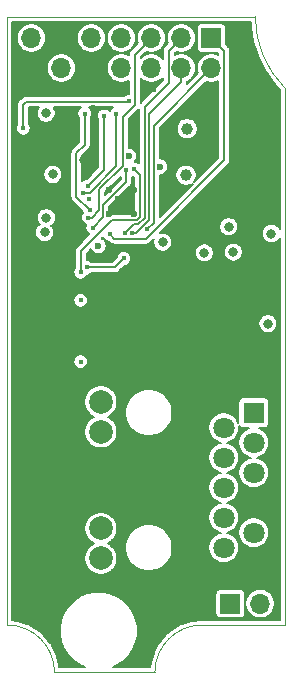
<source format=gbr>
%TF.GenerationSoftware,KiCad,Pcbnew,(5.1.8-0-10_14)*%
%TF.CreationDate,2020-11-27T10:39:21+01:00*%
%TF.ProjectId,SH-ESP32-Ethernet,53482d45-5350-4333-922d-45746865726e,0.1.0*%
%TF.SameCoordinates,Original*%
%TF.FileFunction,Copper,L4,Bot*%
%TF.FilePolarity,Positive*%
%FSLAX46Y46*%
G04 Gerber Fmt 4.6, Leading zero omitted, Abs format (unit mm)*
G04 Created by KiCad (PCBNEW (5.1.8-0-10_14)) date 2020-11-27 10:39:21*
%MOMM*%
%LPD*%
G01*
G04 APERTURE LIST*
%TA.AperFunction,Profile*%
%ADD10C,0.050000*%
%TD*%
%TA.AperFunction,ComponentPad*%
%ADD11C,1.800000*%
%TD*%
%TA.AperFunction,ComponentPad*%
%ADD12C,3.000000*%
%TD*%
%TA.AperFunction,ComponentPad*%
%ADD13C,2.000000*%
%TD*%
%TA.AperFunction,ComponentPad*%
%ADD14R,1.800000X1.800000*%
%TD*%
%TA.AperFunction,ComponentPad*%
%ADD15O,1.700000X1.700000*%
%TD*%
%TA.AperFunction,ComponentPad*%
%ADD16R,1.700000X1.700000*%
%TD*%
%TA.AperFunction,ViaPad*%
%ADD17C,0.600000*%
%TD*%
%TA.AperFunction,ViaPad*%
%ADD18C,0.800000*%
%TD*%
%TA.AperFunction,ViaPad*%
%ADD19C,0.450000*%
%TD*%
%TA.AperFunction,ViaPad*%
%ADD20C,1.000000*%
%TD*%
%TA.AperFunction,Conductor*%
%ADD21C,0.250000*%
%TD*%
%TA.AperFunction,Conductor*%
%ADD22C,0.200000*%
%TD*%
%TA.AperFunction,Conductor*%
%ADD23C,0.100000*%
%TD*%
G04 APERTURE END LIST*
D10*
X165000000Y-108500000D02*
X172000000Y-108500000D01*
X161000000Y-112500000D02*
G75*
G02*
X165000000Y-108500000I4000000J0D01*
G01*
X148500000Y-108500000D02*
G75*
G02*
X152500000Y-112500000I0J-4000000D01*
G01*
X169500000Y-57000000D02*
X148500000Y-57000000D01*
X152500000Y-112500000D02*
X161000000Y-112499765D01*
X148500000Y-57000000D02*
X148500000Y-108500000D01*
X171989592Y-63010408D02*
X172000000Y-108500000D01*
X153000000Y-112500000D02*
X153000000Y-112500000D01*
X171989592Y-63010408D02*
G75*
G02*
X169500000Y-57000000I6010408J6010408D01*
G01*
D11*
%TO.P,J301,8*%
%TO.N,N/C*%
X166835000Y-99415000D03*
D12*
%TO.P,J301,15*%
%TO.N,GND*%
X163535000Y-103985000D03*
X163535000Y-88485000D03*
D13*
%TO.P,J301,14*%
%TO.N,VDDA*%
X156425000Y-102865000D03*
%TO.P,J301,13*%
%TO.N,/IOHeader/LED_R_AN*%
X156425000Y-100325000D03*
%TO.P,J301,12*%
%TO.N,/IOHeader/LED_Y_CA*%
X156425000Y-92145000D03*
D11*
%TO.P,J301,10*%
%TO.N,Net-(J301-Pad10)*%
X166835000Y-101955000D03*
%TO.P,J301,9*%
%TO.N,Net-(J301-Pad9)*%
X169375000Y-100685000D03*
%TO.P,J301,7*%
%TO.N,GND*%
X169375000Y-98145000D03*
%TO.P,J301,6*%
%TO.N,/IOHeader/TX-*%
X166835000Y-96875000D03*
%TO.P,J301,5*%
%TO.N,/IOHeader/TX+*%
X169375000Y-95605000D03*
%TO.P,J301,4*%
%TO.N,Net-(C308-Pad2)*%
X166835000Y-94335000D03*
%TO.P,J301,3*%
X169375000Y-93065000D03*
%TO.P,J301,2*%
%TO.N,/IOHeader/RX-*%
X166835000Y-91795000D03*
D13*
%TO.P,J301,11*%
%TO.N,/IOHeader/LED_Y_AN*%
X156425000Y-89605000D03*
D14*
%TO.P,J301,1*%
%TO.N,/IOHeader/RX+*%
X169375000Y-90525000D03*
%TD*%
D15*
%TO.P,J303,2*%
%TO.N,Net-(J301-Pad9)*%
X169920000Y-106690000D03*
D16*
%TO.P,J303,1*%
%TO.N,Net-(J301-Pad10)*%
X167380000Y-106690000D03*
%TD*%
D15*
%TO.P,J302,14*%
%TO.N,GND*%
X150540000Y-61340000D03*
%TO.P,J302,13*%
%TO.N,+3V3*%
X150540000Y-58800000D03*
%TO.P,J302,12*%
%TO.N,/IOHeader/PHY_CLK*%
X153080000Y-61340000D03*
%TO.P,J302,11*%
%TO.N,GND*%
X153080000Y-58800000D03*
%TO.P,J302,10*%
X155620000Y-61340000D03*
%TO.P,J302,9*%
%TO.N,/IOHeader/RMI_CRS_DV*%
X155620000Y-58800000D03*
%TO.P,J302,8*%
%TO.N,/IOHeader/RMII_RXD0*%
X158160000Y-61340000D03*
%TO.P,J302,7*%
%TO.N,/IOHeader/RMII_RXD1*%
X158160000Y-58800000D03*
%TO.P,J302,6*%
%TO.N,/IOHeader/PHY_RESET_N*%
X160700000Y-61340000D03*
%TO.P,J302,5*%
%TO.N,/IOHeader/PHY_MDIO*%
X160700000Y-58800000D03*
%TO.P,J302,4*%
%TO.N,/IOHeader/RMII_TXD0*%
X163240000Y-61340000D03*
%TO.P,J302,3*%
%TO.N,/IOHeader/RMII_EN*%
X163240000Y-58800000D03*
%TO.P,J302,2*%
%TO.N,/IOHeader/RMII_TXD1*%
X165780000Y-61340000D03*
D16*
%TO.P,J302,1*%
%TO.N,/IOHeader/PHY_MDC*%
X165780000Y-58800000D03*
%TD*%
D17*
%TO.N,GND*%
X158610000Y-72490000D03*
X159190000Y-73690000D03*
X159220000Y-71680000D03*
X157150000Y-73660000D03*
X157130000Y-71630000D03*
D18*
X154980000Y-69140000D03*
X164360000Y-74670000D03*
X163560000Y-75870000D03*
X171070000Y-86270000D03*
D17*
X158170000Y-73170000D03*
X156230000Y-77370000D03*
D19*
X154110000Y-67720000D03*
X152500000Y-67050000D03*
X153260000Y-67730000D03*
X153310000Y-66400000D03*
D17*
X157870000Y-72460000D03*
D18*
X154070000Y-75310000D03*
X152840000Y-68960000D03*
X153070000Y-71640000D03*
D19*
X160890000Y-63190000D03*
X150040000Y-78790000D03*
X150200000Y-87110000D03*
X150040000Y-92470000D03*
X149960000Y-98310000D03*
X150040000Y-103030000D03*
X149960000Y-107200000D03*
X151560000Y-108160000D03*
X159720000Y-111120000D03*
X161000000Y-108400000D03*
X170680000Y-103030000D03*
X170900000Y-97100000D03*
X170990000Y-93950000D03*
X160890000Y-79560000D03*
X160730000Y-83900000D03*
X164700000Y-80430000D03*
X169120000Y-69960000D03*
X169210000Y-65960000D03*
X168580000Y-59850000D03*
X155870000Y-63290000D03*
X155780000Y-64630000D03*
X155730000Y-65710000D03*
X153990000Y-76750000D03*
X153930000Y-77990000D03*
X153880000Y-80220000D03*
X165330000Y-78360000D03*
X165190000Y-82400000D03*
X165040000Y-85030000D03*
X165270000Y-87230000D03*
X166540000Y-90030000D03*
X167670000Y-90170000D03*
X167220000Y-77820000D03*
X167930000Y-78020000D03*
X168010000Y-81720000D03*
X167110000Y-80080000D03*
X167170000Y-83560000D03*
X167980000Y-85090000D03*
X167140000Y-86950000D03*
X167960000Y-87830000D03*
X164010000Y-91180000D03*
X164010000Y-93600000D03*
X163800000Y-95630000D03*
X164620000Y-96540000D03*
X163770000Y-100850000D03*
X157080000Y-97910000D03*
X156460000Y-94700000D03*
X158650000Y-92810000D03*
X160920000Y-96420000D03*
X158910000Y-88120000D03*
X165480000Y-75590000D03*
D17*
X159140000Y-66740000D03*
X162270000Y-69720000D03*
X162870000Y-71310000D03*
D19*
%TO.N,+3V3*%
X155400000Y-72425000D03*
D17*
X156210000Y-76400000D03*
D18*
X151790000Y-65160000D03*
X151660000Y-75260000D03*
X152360000Y-70350000D03*
X151820000Y-74010000D03*
D17*
X158799010Y-68800000D03*
D20*
X163730000Y-66480000D03*
D19*
%TO.N,/IOHeader/PHY_RESET_N*%
X149860000Y-66430000D03*
X158820000Y-64150000D03*
%TO.N,/IOHeader/PHY_MDIO*%
X155375000Y-74000000D03*
%TO.N,/IOHeader/RMII_TXD0*%
X159054874Y-75334351D03*
%TO.N,/IOHeader/RMII_EN*%
X158430000Y-75320000D03*
%TO.N,/IOHeader/RMII_TXD1*%
X160353324Y-74993324D03*
%TO.N,/IOHeader/PHY_MDC*%
X157160000Y-75410000D03*
D18*
%TO.N,VDDA*%
X161670000Y-76080000D03*
X165180000Y-76990000D03*
X167640000Y-76920000D03*
X167250000Y-74780000D03*
X170870000Y-75350000D03*
X170570000Y-82980000D03*
D17*
X161422000Y-69690000D03*
D20*
X163630000Y-70410000D03*
D19*
%TO.N,/IOHeader/nRST*%
X158370000Y-77460000D03*
X155210000Y-78220000D03*
%TO.N,/IOHeader/LED_R_AN*%
X154710000Y-86200000D03*
X154710000Y-81005000D03*
%TO.N,/IOHeader/LED_Y_CA*%
X158590000Y-69980000D03*
X155740000Y-74860000D03*
%TO.N,Net-(R304-Pad1)*%
X154920000Y-71880000D03*
X157730000Y-65230000D03*
%TO.N,Net-(R305-Pad1)*%
X155310000Y-71340000D03*
X156710000Y-65400000D03*
%TO.N,Net-(R306-Pad1)*%
X155480000Y-73390000D03*
X155070000Y-65200000D03*
%TO.N,/IOHeader/nINTSEL-LED2*%
X159270000Y-69930000D03*
X154710000Y-78630000D03*
%TD*%
D21*
%TO.N,/IOHeader/PHY_RESET_N*%
X160700000Y-61868198D02*
X160700000Y-61340000D01*
D22*
X149860000Y-66430000D02*
X149860000Y-64430000D01*
X158792001Y-64177999D02*
X158820000Y-64150000D01*
X150112001Y-64177999D02*
X158792001Y-64177999D01*
X149860000Y-64430000D02*
X150112001Y-64177999D01*
%TO.N,/IOHeader/PHY_MDIO*%
X160700000Y-58800000D02*
X159622999Y-59877001D01*
X159282001Y-60217999D02*
X160700000Y-58800000D01*
X156295989Y-73397209D02*
X156295989Y-71617789D01*
X155693198Y-74000000D02*
X156295989Y-73397209D01*
X155375000Y-74000000D02*
X155693198Y-74000000D01*
X158272010Y-65456952D02*
X159282001Y-64446961D01*
X158272010Y-69641769D02*
X158272010Y-65456952D01*
X159282001Y-64446961D02*
X159282001Y-60217999D01*
X156295989Y-71617789D02*
X158272010Y-69641769D01*
%TO.N,/IOHeader/RMII_TXD0*%
X160517990Y-65264091D02*
X163240000Y-62542081D01*
X160517990Y-74189433D02*
X160517990Y-65264091D01*
X159373072Y-75334351D02*
X160517990Y-74189433D01*
X163240000Y-62542081D02*
X163240000Y-61340000D01*
X159054874Y-75334351D02*
X159373072Y-75334351D01*
%TO.N,/IOHeader/RMII_EN*%
X162162999Y-62585963D02*
X162162999Y-59877001D01*
X160124011Y-64624951D02*
X162162999Y-62585963D01*
X159578412Y-74544011D02*
X160124011Y-73998412D01*
X162162999Y-59877001D02*
X163240000Y-58800000D01*
X159205989Y-74544011D02*
X159578412Y-74544011D01*
X160124011Y-73998412D02*
X160124011Y-64624951D01*
X158430000Y-75320000D02*
X159205989Y-74544011D01*
%TO.N,/IOHeader/RMII_TXD1*%
X160894999Y-66225001D02*
X165780000Y-61340000D01*
X160894999Y-74451649D02*
X160894999Y-66225001D01*
X160353324Y-74993324D02*
X160894999Y-74451649D01*
%TO.N,/IOHeader/PHY_MDC*%
X166857001Y-59877001D02*
X165780000Y-58800000D01*
X166857001Y-69158609D02*
X166857001Y-59877001D01*
X157536352Y-75786352D02*
X160229258Y-75786352D01*
X160229258Y-75786352D02*
X166857001Y-69158609D01*
X157160000Y-75410000D02*
X157536352Y-75786352D01*
%TO.N,/IOHeader/nRST*%
X157610000Y-78220000D02*
X155210000Y-78220000D01*
X158370000Y-77460000D02*
X157610000Y-78220000D01*
%TO.N,/IOHeader/LED_Y_CA*%
X158590000Y-70970038D02*
X156622999Y-72937039D01*
X158590000Y-69980000D02*
X158590000Y-70970038D01*
X155740000Y-74860000D02*
X156622999Y-73977001D01*
X156622999Y-73977001D02*
X156622999Y-73272999D01*
X156622999Y-72937039D02*
X156622999Y-73272999D01*
%TO.N,Net-(R304-Pad1)*%
X157730000Y-69648962D02*
X157730000Y-65230000D01*
X155498962Y-71880000D02*
X157730000Y-69648962D01*
X154920000Y-71880000D02*
X155498962Y-71880000D01*
%TO.N,Net-(R305-Pad1)*%
X156710000Y-69940000D02*
X156710000Y-65400000D01*
X155310000Y-71340000D02*
X156710000Y-69940000D01*
%TO.N,Net-(R306-Pad1)*%
X154352999Y-72222999D02*
X154352999Y-68567001D01*
X155480000Y-73350000D02*
X154352999Y-72222999D01*
X155070000Y-67850000D02*
X155070000Y-65200000D01*
X154352999Y-68567001D02*
X155070000Y-67850000D01*
%TO.N,/IOHeader/nINTSEL-LED2*%
X159270000Y-69930000D02*
X159747001Y-70407001D01*
X154710000Y-76840000D02*
X154710000Y-78630000D01*
X159442961Y-74217001D02*
X159747001Y-73912961D01*
X159747001Y-73912961D02*
X159747001Y-70407001D01*
X157332999Y-74217001D02*
X159442961Y-74217001D01*
X154710000Y-76840000D02*
X157332999Y-74217001D01*
%TD*%
%TO.N,GND*%
X169122145Y-57910734D02*
X169124950Y-57933909D01*
X169127149Y-57957173D01*
X169127892Y-57961562D01*
X169326687Y-59100605D01*
X169333042Y-59126480D01*
X169339146Y-59152502D01*
X169340477Y-59156749D01*
X169692018Y-60258273D01*
X169701839Y-60283079D01*
X169711405Y-60307999D01*
X169713300Y-60312026D01*
X170211083Y-61355649D01*
X170224165Y-61378866D01*
X170237039Y-61402284D01*
X170239464Y-61406017D01*
X170874277Y-62372427D01*
X170890384Y-62393647D01*
X170906322Y-62415108D01*
X170909231Y-62418478D01*
X171564629Y-63169775D01*
X171567325Y-74953659D01*
X171491401Y-74840030D01*
X171379970Y-74728599D01*
X171248942Y-74641049D01*
X171103351Y-74580743D01*
X170948793Y-74550000D01*
X170791207Y-74550000D01*
X170636649Y-74580743D01*
X170491058Y-74641049D01*
X170360030Y-74728599D01*
X170248599Y-74840030D01*
X170161049Y-74971058D01*
X170100743Y-75116649D01*
X170070000Y-75271207D01*
X170070000Y-75428793D01*
X170100743Y-75583351D01*
X170161049Y-75728942D01*
X170248599Y-75859970D01*
X170360030Y-75971401D01*
X170491058Y-76058951D01*
X170636649Y-76119257D01*
X170791207Y-76150000D01*
X170948793Y-76150000D01*
X171103351Y-76119257D01*
X171248942Y-76058951D01*
X171379970Y-75971401D01*
X171491401Y-75859970D01*
X171567507Y-75746070D01*
X171574903Y-108075000D01*
X164979126Y-108075000D01*
X164978385Y-108075073D01*
X164970599Y-108075100D01*
X164952129Y-108076976D01*
X164933556Y-108076846D01*
X164927651Y-108077425D01*
X164151263Y-108159027D01*
X164113561Y-108166766D01*
X164075692Y-108173990D01*
X164070014Y-108175705D01*
X164070008Y-108175707D01*
X163324262Y-108406554D01*
X163288758Y-108421478D01*
X163253037Y-108435910D01*
X163247806Y-108438692D01*
X163247797Y-108438696D01*
X163247790Y-108438701D01*
X162561088Y-108809999D01*
X162529170Y-108831528D01*
X162496921Y-108852631D01*
X162492328Y-108856378D01*
X162492322Y-108856382D01*
X162492317Y-108856387D01*
X161890812Y-109353995D01*
X161863711Y-109381285D01*
X161836147Y-109408278D01*
X161832365Y-109412851D01*
X161338964Y-110017822D01*
X161317667Y-110049877D01*
X161295885Y-110081688D01*
X161293063Y-110086908D01*
X160926563Y-110776193D01*
X160911888Y-110811798D01*
X160896710Y-110847211D01*
X160894955Y-110852880D01*
X160669318Y-111600224D01*
X160661836Y-111638010D01*
X160653827Y-111675689D01*
X160653207Y-111681590D01*
X160614655Y-112074776D01*
X157449938Y-112074864D01*
X157813136Y-111924422D01*
X158353627Y-111563277D01*
X158813277Y-111103627D01*
X159174422Y-110563136D01*
X159423183Y-109962574D01*
X159550000Y-109325022D01*
X159550000Y-108674978D01*
X159423183Y-108037426D01*
X159174422Y-107436864D01*
X158813277Y-106896373D01*
X158353627Y-106436723D01*
X157813136Y-106075578D01*
X157244401Y-105840000D01*
X166128065Y-105840000D01*
X166128065Y-107540000D01*
X166135788Y-107618414D01*
X166158660Y-107693814D01*
X166195803Y-107763303D01*
X166245789Y-107824211D01*
X166306697Y-107874197D01*
X166376186Y-107911340D01*
X166451586Y-107934212D01*
X166530000Y-107941935D01*
X168230000Y-107941935D01*
X168308414Y-107934212D01*
X168383814Y-107911340D01*
X168453303Y-107874197D01*
X168514211Y-107824211D01*
X168564197Y-107763303D01*
X168601340Y-107693814D01*
X168624212Y-107618414D01*
X168631935Y-107540000D01*
X168631935Y-106566886D01*
X168670000Y-106566886D01*
X168670000Y-106813114D01*
X168718037Y-107054611D01*
X168812265Y-107282097D01*
X168949062Y-107486828D01*
X169123172Y-107660938D01*
X169327903Y-107797735D01*
X169555389Y-107891963D01*
X169796886Y-107940000D01*
X170043114Y-107940000D01*
X170284611Y-107891963D01*
X170512097Y-107797735D01*
X170716828Y-107660938D01*
X170890938Y-107486828D01*
X171027735Y-107282097D01*
X171121963Y-107054611D01*
X171170000Y-106813114D01*
X171170000Y-106566886D01*
X171121963Y-106325389D01*
X171027735Y-106097903D01*
X170890938Y-105893172D01*
X170716828Y-105719062D01*
X170512097Y-105582265D01*
X170284611Y-105488037D01*
X170043114Y-105440000D01*
X169796886Y-105440000D01*
X169555389Y-105488037D01*
X169327903Y-105582265D01*
X169123172Y-105719062D01*
X168949062Y-105893172D01*
X168812265Y-106097903D01*
X168718037Y-106325389D01*
X168670000Y-106566886D01*
X168631935Y-106566886D01*
X168631935Y-105840000D01*
X168624212Y-105761586D01*
X168601340Y-105686186D01*
X168564197Y-105616697D01*
X168514211Y-105555789D01*
X168453303Y-105505803D01*
X168383814Y-105468660D01*
X168308414Y-105445788D01*
X168230000Y-105438065D01*
X166530000Y-105438065D01*
X166451586Y-105445788D01*
X166376186Y-105468660D01*
X166306697Y-105505803D01*
X166245789Y-105555789D01*
X166195803Y-105616697D01*
X166158660Y-105686186D01*
X166135788Y-105761586D01*
X166128065Y-105840000D01*
X157244401Y-105840000D01*
X157212574Y-105826817D01*
X156575022Y-105700000D01*
X155924978Y-105700000D01*
X155287426Y-105826817D01*
X154686864Y-106075578D01*
X154146373Y-106436723D01*
X153686723Y-106896373D01*
X153325578Y-107436864D01*
X153076817Y-108037426D01*
X152950000Y-108674978D01*
X152950000Y-109325022D01*
X153076817Y-109962574D01*
X153325578Y-110563136D01*
X153686723Y-111103627D01*
X154146373Y-111563277D01*
X154686864Y-111924422D01*
X155050222Y-112074930D01*
X152885509Y-112074990D01*
X152840973Y-111651263D01*
X152833234Y-111613561D01*
X152826010Y-111575692D01*
X152824294Y-111570012D01*
X152593446Y-110824262D01*
X152578522Y-110788758D01*
X152564090Y-110753037D01*
X152561304Y-110747798D01*
X152561304Y-110747797D01*
X152561299Y-110747790D01*
X152190001Y-110061088D01*
X152168472Y-110029170D01*
X152147369Y-109996921D01*
X152143622Y-109992328D01*
X152143618Y-109992322D01*
X152143613Y-109992317D01*
X151646005Y-109390812D01*
X151618715Y-109363711D01*
X151591722Y-109336147D01*
X151587149Y-109332365D01*
X150982178Y-108838964D01*
X150950123Y-108817667D01*
X150918312Y-108795885D01*
X150913095Y-108793064D01*
X150913087Y-108793060D01*
X150223807Y-108426563D01*
X150188202Y-108411888D01*
X150152789Y-108396710D01*
X150147120Y-108394955D01*
X149399776Y-108169318D01*
X149361990Y-108161836D01*
X149324311Y-108153827D01*
X149318410Y-108153207D01*
X148925000Y-108114633D01*
X148925000Y-100187112D01*
X155025000Y-100187112D01*
X155025000Y-100462888D01*
X155078801Y-100733365D01*
X155184336Y-100988149D01*
X155337549Y-101217448D01*
X155532552Y-101412451D01*
X155761851Y-101565664D01*
X155832674Y-101595000D01*
X155761851Y-101624336D01*
X155532552Y-101777549D01*
X155337549Y-101972552D01*
X155184336Y-102201851D01*
X155078801Y-102456635D01*
X155025000Y-102727112D01*
X155025000Y-103002888D01*
X155078801Y-103273365D01*
X155184336Y-103528149D01*
X155337549Y-103757448D01*
X155532552Y-103952451D01*
X155761851Y-104105664D01*
X156016635Y-104211199D01*
X156287112Y-104265000D01*
X156562888Y-104265000D01*
X156833365Y-104211199D01*
X157088149Y-104105664D01*
X157317448Y-103952451D01*
X157512451Y-103757448D01*
X157665664Y-103528149D01*
X157771199Y-103273365D01*
X157825000Y-103002888D01*
X157825000Y-102727112D01*
X157771199Y-102456635D01*
X157665664Y-102201851D01*
X157512451Y-101972552D01*
X157317448Y-101777549D01*
X157288217Y-101758017D01*
X158485000Y-101758017D01*
X158485000Y-102151983D01*
X158561859Y-102538378D01*
X158712623Y-102902355D01*
X158931499Y-103229926D01*
X159210074Y-103508501D01*
X159537645Y-103727377D01*
X159901622Y-103878141D01*
X160288017Y-103955000D01*
X160681983Y-103955000D01*
X161068378Y-103878141D01*
X161432355Y-103727377D01*
X161759926Y-103508501D01*
X162038501Y-103229926D01*
X162257377Y-102902355D01*
X162408141Y-102538378D01*
X162485000Y-102151983D01*
X162485000Y-101758017D01*
X162408141Y-101371622D01*
X162257377Y-101007645D01*
X162038501Y-100680074D01*
X161759926Y-100401499D01*
X161432355Y-100182623D01*
X161068378Y-100031859D01*
X160681983Y-99955000D01*
X160288017Y-99955000D01*
X159901622Y-100031859D01*
X159537645Y-100182623D01*
X159210074Y-100401499D01*
X158931499Y-100680074D01*
X158712623Y-101007645D01*
X158561859Y-101371622D01*
X158485000Y-101758017D01*
X157288217Y-101758017D01*
X157088149Y-101624336D01*
X157017326Y-101595000D01*
X157088149Y-101565664D01*
X157317448Y-101412451D01*
X157512451Y-101217448D01*
X157665664Y-100988149D01*
X157771199Y-100733365D01*
X157825000Y-100462888D01*
X157825000Y-100187112D01*
X157771199Y-99916635D01*
X157665664Y-99661851D01*
X157512451Y-99432552D01*
X157317448Y-99237549D01*
X157088149Y-99084336D01*
X156833365Y-98978801D01*
X156562888Y-98925000D01*
X156287112Y-98925000D01*
X156016635Y-98978801D01*
X155761851Y-99084336D01*
X155532552Y-99237549D01*
X155337549Y-99432552D01*
X155184336Y-99661851D01*
X155078801Y-99916635D01*
X155025000Y-100187112D01*
X148925000Y-100187112D01*
X148925000Y-89467112D01*
X155025000Y-89467112D01*
X155025000Y-89742888D01*
X155078801Y-90013365D01*
X155184336Y-90268149D01*
X155337549Y-90497448D01*
X155532552Y-90692451D01*
X155761851Y-90845664D01*
X155832674Y-90875000D01*
X155761851Y-90904336D01*
X155532552Y-91057549D01*
X155337549Y-91252552D01*
X155184336Y-91481851D01*
X155078801Y-91736635D01*
X155025000Y-92007112D01*
X155025000Y-92282888D01*
X155078801Y-92553365D01*
X155184336Y-92808149D01*
X155337549Y-93037448D01*
X155532552Y-93232451D01*
X155761851Y-93385664D01*
X156016635Y-93491199D01*
X156287112Y-93545000D01*
X156562888Y-93545000D01*
X156833365Y-93491199D01*
X157088149Y-93385664D01*
X157317448Y-93232451D01*
X157512451Y-93037448D01*
X157665664Y-92808149D01*
X157771199Y-92553365D01*
X157825000Y-92282888D01*
X157825000Y-92007112D01*
X157771199Y-91736635D01*
X157665664Y-91481851D01*
X157512451Y-91252552D01*
X157317448Y-91057549D01*
X157088149Y-90904336D01*
X157017326Y-90875000D01*
X157088149Y-90845664D01*
X157317448Y-90692451D01*
X157512451Y-90497448D01*
X157625661Y-90328017D01*
X158485000Y-90328017D01*
X158485000Y-90721983D01*
X158561859Y-91108378D01*
X158712623Y-91472355D01*
X158931499Y-91799926D01*
X159210074Y-92078501D01*
X159537645Y-92297377D01*
X159901622Y-92448141D01*
X160288017Y-92525000D01*
X160681983Y-92525000D01*
X161068378Y-92448141D01*
X161432355Y-92297377D01*
X161759926Y-92078501D01*
X162038501Y-91799926D01*
X162127345Y-91666961D01*
X165535000Y-91666961D01*
X165535000Y-91923039D01*
X165584958Y-92174196D01*
X165682955Y-92410781D01*
X165825224Y-92623702D01*
X166006298Y-92804776D01*
X166219219Y-92947045D01*
X166455804Y-93045042D01*
X166556140Y-93065000D01*
X166455804Y-93084958D01*
X166219219Y-93182955D01*
X166006298Y-93325224D01*
X165825224Y-93506298D01*
X165682955Y-93719219D01*
X165584958Y-93955804D01*
X165535000Y-94206961D01*
X165535000Y-94463039D01*
X165584958Y-94714196D01*
X165682955Y-94950781D01*
X165825224Y-95163702D01*
X166006298Y-95344776D01*
X166219219Y-95487045D01*
X166455804Y-95585042D01*
X166556140Y-95605000D01*
X166455804Y-95624958D01*
X166219219Y-95722955D01*
X166006298Y-95865224D01*
X165825224Y-96046298D01*
X165682955Y-96259219D01*
X165584958Y-96495804D01*
X165535000Y-96746961D01*
X165535000Y-97003039D01*
X165584958Y-97254196D01*
X165682955Y-97490781D01*
X165825224Y-97703702D01*
X166006298Y-97884776D01*
X166219219Y-98027045D01*
X166455804Y-98125042D01*
X166556140Y-98145000D01*
X166455804Y-98164958D01*
X166219219Y-98262955D01*
X166006298Y-98405224D01*
X165825224Y-98586298D01*
X165682955Y-98799219D01*
X165584958Y-99035804D01*
X165535000Y-99286961D01*
X165535000Y-99543039D01*
X165584958Y-99794196D01*
X165682955Y-100030781D01*
X165825224Y-100243702D01*
X166006298Y-100424776D01*
X166219219Y-100567045D01*
X166455804Y-100665042D01*
X166556140Y-100685000D01*
X166455804Y-100704958D01*
X166219219Y-100802955D01*
X166006298Y-100945224D01*
X165825224Y-101126298D01*
X165682955Y-101339219D01*
X165584958Y-101575804D01*
X165535000Y-101826961D01*
X165535000Y-102083039D01*
X165584958Y-102334196D01*
X165682955Y-102570781D01*
X165825224Y-102783702D01*
X166006298Y-102964776D01*
X166219219Y-103107045D01*
X166455804Y-103205042D01*
X166706961Y-103255000D01*
X166963039Y-103255000D01*
X167214196Y-103205042D01*
X167450781Y-103107045D01*
X167663702Y-102964776D01*
X167844776Y-102783702D01*
X167987045Y-102570781D01*
X168085042Y-102334196D01*
X168135000Y-102083039D01*
X168135000Y-101826961D01*
X168085042Y-101575804D01*
X167987045Y-101339219D01*
X167844776Y-101126298D01*
X167663702Y-100945224D01*
X167450781Y-100802955D01*
X167214196Y-100704958D01*
X167113860Y-100685000D01*
X167214196Y-100665042D01*
X167450781Y-100567045D01*
X167465872Y-100556961D01*
X168075000Y-100556961D01*
X168075000Y-100813039D01*
X168124958Y-101064196D01*
X168222955Y-101300781D01*
X168365224Y-101513702D01*
X168546298Y-101694776D01*
X168759219Y-101837045D01*
X168995804Y-101935042D01*
X169246961Y-101985000D01*
X169503039Y-101985000D01*
X169754196Y-101935042D01*
X169990781Y-101837045D01*
X170203702Y-101694776D01*
X170384776Y-101513702D01*
X170527045Y-101300781D01*
X170625042Y-101064196D01*
X170675000Y-100813039D01*
X170675000Y-100556961D01*
X170625042Y-100305804D01*
X170527045Y-100069219D01*
X170384776Y-99856298D01*
X170203702Y-99675224D01*
X169990781Y-99532955D01*
X169754196Y-99434958D01*
X169503039Y-99385000D01*
X169246961Y-99385000D01*
X168995804Y-99434958D01*
X168759219Y-99532955D01*
X168546298Y-99675224D01*
X168365224Y-99856298D01*
X168222955Y-100069219D01*
X168124958Y-100305804D01*
X168075000Y-100556961D01*
X167465872Y-100556961D01*
X167663702Y-100424776D01*
X167844776Y-100243702D01*
X167987045Y-100030781D01*
X168085042Y-99794196D01*
X168135000Y-99543039D01*
X168135000Y-99286961D01*
X168085042Y-99035804D01*
X167987045Y-98799219D01*
X167844776Y-98586298D01*
X167663702Y-98405224D01*
X167450781Y-98262955D01*
X167214196Y-98164958D01*
X167113860Y-98145000D01*
X167214196Y-98125042D01*
X167450781Y-98027045D01*
X167663702Y-97884776D01*
X167844776Y-97703702D01*
X167987045Y-97490781D01*
X168085042Y-97254196D01*
X168135000Y-97003039D01*
X168135000Y-96746961D01*
X168085042Y-96495804D01*
X167987045Y-96259219D01*
X167844776Y-96046298D01*
X167663702Y-95865224D01*
X167450781Y-95722955D01*
X167214196Y-95624958D01*
X167113860Y-95605000D01*
X167214196Y-95585042D01*
X167450781Y-95487045D01*
X167663702Y-95344776D01*
X167844776Y-95163702D01*
X167987045Y-94950781D01*
X168085042Y-94714196D01*
X168135000Y-94463039D01*
X168135000Y-94206961D01*
X168085042Y-93955804D01*
X167987045Y-93719219D01*
X167844776Y-93506298D01*
X167663702Y-93325224D01*
X167450781Y-93182955D01*
X167214196Y-93084958D01*
X167113860Y-93065000D01*
X167214196Y-93045042D01*
X167450781Y-92947045D01*
X167663702Y-92804776D01*
X167844776Y-92623702D01*
X167987045Y-92410781D01*
X168085042Y-92174196D01*
X168135000Y-91923039D01*
X168135000Y-91666961D01*
X168125650Y-91619953D01*
X168140803Y-91648303D01*
X168190789Y-91709211D01*
X168251697Y-91759197D01*
X168321186Y-91796340D01*
X168396586Y-91819212D01*
X168475000Y-91826935D01*
X168966889Y-91826935D01*
X168759219Y-91912955D01*
X168546298Y-92055224D01*
X168365224Y-92236298D01*
X168222955Y-92449219D01*
X168124958Y-92685804D01*
X168075000Y-92936961D01*
X168075000Y-93193039D01*
X168124958Y-93444196D01*
X168222955Y-93680781D01*
X168365224Y-93893702D01*
X168546298Y-94074776D01*
X168759219Y-94217045D01*
X168995804Y-94315042D01*
X169096140Y-94335000D01*
X168995804Y-94354958D01*
X168759219Y-94452955D01*
X168546298Y-94595224D01*
X168365224Y-94776298D01*
X168222955Y-94989219D01*
X168124958Y-95225804D01*
X168075000Y-95476961D01*
X168075000Y-95733039D01*
X168124958Y-95984196D01*
X168222955Y-96220781D01*
X168365224Y-96433702D01*
X168546298Y-96614776D01*
X168759219Y-96757045D01*
X168995804Y-96855042D01*
X169246961Y-96905000D01*
X169503039Y-96905000D01*
X169754196Y-96855042D01*
X169990781Y-96757045D01*
X170203702Y-96614776D01*
X170384776Y-96433702D01*
X170527045Y-96220781D01*
X170625042Y-95984196D01*
X170675000Y-95733039D01*
X170675000Y-95476961D01*
X170625042Y-95225804D01*
X170527045Y-94989219D01*
X170384776Y-94776298D01*
X170203702Y-94595224D01*
X169990781Y-94452955D01*
X169754196Y-94354958D01*
X169653860Y-94335000D01*
X169754196Y-94315042D01*
X169990781Y-94217045D01*
X170203702Y-94074776D01*
X170384776Y-93893702D01*
X170527045Y-93680781D01*
X170625042Y-93444196D01*
X170675000Y-93193039D01*
X170675000Y-92936961D01*
X170625042Y-92685804D01*
X170527045Y-92449219D01*
X170384776Y-92236298D01*
X170203702Y-92055224D01*
X169990781Y-91912955D01*
X169783111Y-91826935D01*
X170275000Y-91826935D01*
X170353414Y-91819212D01*
X170428814Y-91796340D01*
X170498303Y-91759197D01*
X170559211Y-91709211D01*
X170609197Y-91648303D01*
X170646340Y-91578814D01*
X170669212Y-91503414D01*
X170676935Y-91425000D01*
X170676935Y-89625000D01*
X170669212Y-89546586D01*
X170646340Y-89471186D01*
X170609197Y-89401697D01*
X170559211Y-89340789D01*
X170498303Y-89290803D01*
X170428814Y-89253660D01*
X170353414Y-89230788D01*
X170275000Y-89223065D01*
X168475000Y-89223065D01*
X168396586Y-89230788D01*
X168321186Y-89253660D01*
X168251697Y-89290803D01*
X168190789Y-89340789D01*
X168140803Y-89401697D01*
X168103660Y-89471186D01*
X168080788Y-89546586D01*
X168073065Y-89625000D01*
X168073065Y-91386889D01*
X167987045Y-91179219D01*
X167844776Y-90966298D01*
X167663702Y-90785224D01*
X167450781Y-90642955D01*
X167214196Y-90544958D01*
X166963039Y-90495000D01*
X166706961Y-90495000D01*
X166455804Y-90544958D01*
X166219219Y-90642955D01*
X166006298Y-90785224D01*
X165825224Y-90966298D01*
X165682955Y-91179219D01*
X165584958Y-91415804D01*
X165535000Y-91666961D01*
X162127345Y-91666961D01*
X162257377Y-91472355D01*
X162408141Y-91108378D01*
X162485000Y-90721983D01*
X162485000Y-90328017D01*
X162408141Y-89941622D01*
X162257377Y-89577645D01*
X162038501Y-89250074D01*
X161759926Y-88971499D01*
X161432355Y-88752623D01*
X161068378Y-88601859D01*
X160681983Y-88525000D01*
X160288017Y-88525000D01*
X159901622Y-88601859D01*
X159537645Y-88752623D01*
X159210074Y-88971499D01*
X158931499Y-89250074D01*
X158712623Y-89577645D01*
X158561859Y-89941622D01*
X158485000Y-90328017D01*
X157625661Y-90328017D01*
X157665664Y-90268149D01*
X157771199Y-90013365D01*
X157825000Y-89742888D01*
X157825000Y-89467112D01*
X157771199Y-89196635D01*
X157665664Y-88941851D01*
X157512451Y-88712552D01*
X157317448Y-88517549D01*
X157088149Y-88364336D01*
X156833365Y-88258801D01*
X156562888Y-88205000D01*
X156287112Y-88205000D01*
X156016635Y-88258801D01*
X155761851Y-88364336D01*
X155532552Y-88517549D01*
X155337549Y-88712552D01*
X155184336Y-88941851D01*
X155078801Y-89196635D01*
X155025000Y-89467112D01*
X148925000Y-89467112D01*
X148925000Y-86138443D01*
X154085000Y-86138443D01*
X154085000Y-86261557D01*
X154109019Y-86382306D01*
X154156132Y-86496048D01*
X154224531Y-86598414D01*
X154311586Y-86685469D01*
X154413952Y-86753868D01*
X154527694Y-86800981D01*
X154648443Y-86825000D01*
X154771557Y-86825000D01*
X154892306Y-86800981D01*
X155006048Y-86753868D01*
X155108414Y-86685469D01*
X155195469Y-86598414D01*
X155263868Y-86496048D01*
X155310981Y-86382306D01*
X155335000Y-86261557D01*
X155335000Y-86138443D01*
X155310981Y-86017694D01*
X155263868Y-85903952D01*
X155195469Y-85801586D01*
X155108414Y-85714531D01*
X155006048Y-85646132D01*
X154892306Y-85599019D01*
X154771557Y-85575000D01*
X154648443Y-85575000D01*
X154527694Y-85599019D01*
X154413952Y-85646132D01*
X154311586Y-85714531D01*
X154224531Y-85801586D01*
X154156132Y-85903952D01*
X154109019Y-86017694D01*
X154085000Y-86138443D01*
X148925000Y-86138443D01*
X148925000Y-82901207D01*
X169770000Y-82901207D01*
X169770000Y-83058793D01*
X169800743Y-83213351D01*
X169861049Y-83358942D01*
X169948599Y-83489970D01*
X170060030Y-83601401D01*
X170191058Y-83688951D01*
X170336649Y-83749257D01*
X170491207Y-83780000D01*
X170648793Y-83780000D01*
X170803351Y-83749257D01*
X170948942Y-83688951D01*
X171079970Y-83601401D01*
X171191401Y-83489970D01*
X171278951Y-83358942D01*
X171339257Y-83213351D01*
X171370000Y-83058793D01*
X171370000Y-82901207D01*
X171339257Y-82746649D01*
X171278951Y-82601058D01*
X171191401Y-82470030D01*
X171079970Y-82358599D01*
X170948942Y-82271049D01*
X170803351Y-82210743D01*
X170648793Y-82180000D01*
X170491207Y-82180000D01*
X170336649Y-82210743D01*
X170191058Y-82271049D01*
X170060030Y-82358599D01*
X169948599Y-82470030D01*
X169861049Y-82601058D01*
X169800743Y-82746649D01*
X169770000Y-82901207D01*
X148925000Y-82901207D01*
X148925000Y-80943443D01*
X154085000Y-80943443D01*
X154085000Y-81066557D01*
X154109019Y-81187306D01*
X154156132Y-81301048D01*
X154224531Y-81403414D01*
X154311586Y-81490469D01*
X154413952Y-81558868D01*
X154527694Y-81605981D01*
X154648443Y-81630000D01*
X154771557Y-81630000D01*
X154892306Y-81605981D01*
X155006048Y-81558868D01*
X155108414Y-81490469D01*
X155195469Y-81403414D01*
X155263868Y-81301048D01*
X155310981Y-81187306D01*
X155335000Y-81066557D01*
X155335000Y-80943443D01*
X155310981Y-80822694D01*
X155263868Y-80708952D01*
X155195469Y-80606586D01*
X155108414Y-80519531D01*
X155006048Y-80451132D01*
X154892306Y-80404019D01*
X154771557Y-80380000D01*
X154648443Y-80380000D01*
X154527694Y-80404019D01*
X154413952Y-80451132D01*
X154311586Y-80519531D01*
X154224531Y-80606586D01*
X154156132Y-80708952D01*
X154109019Y-80822694D01*
X154085000Y-80943443D01*
X148925000Y-80943443D01*
X148925000Y-75181207D01*
X150860000Y-75181207D01*
X150860000Y-75338793D01*
X150890743Y-75493351D01*
X150951049Y-75638942D01*
X151038599Y-75769970D01*
X151150030Y-75881401D01*
X151281058Y-75968951D01*
X151426649Y-76029257D01*
X151581207Y-76060000D01*
X151738793Y-76060000D01*
X151893351Y-76029257D01*
X152038942Y-75968951D01*
X152169970Y-75881401D01*
X152281401Y-75769970D01*
X152368951Y-75638942D01*
X152429257Y-75493351D01*
X152460000Y-75338793D01*
X152460000Y-75181207D01*
X152429257Y-75026649D01*
X152368951Y-74881058D01*
X152281401Y-74750030D01*
X152229742Y-74698371D01*
X152329970Y-74631401D01*
X152441401Y-74519970D01*
X152528951Y-74388942D01*
X152589257Y-74243351D01*
X152620000Y-74088793D01*
X152620000Y-73931207D01*
X152589257Y-73776649D01*
X152528951Y-73631058D01*
X152441401Y-73500030D01*
X152329970Y-73388599D01*
X152198942Y-73301049D01*
X152053351Y-73240743D01*
X151898793Y-73210000D01*
X151741207Y-73210000D01*
X151586649Y-73240743D01*
X151441058Y-73301049D01*
X151310030Y-73388599D01*
X151198599Y-73500030D01*
X151111049Y-73631058D01*
X151050743Y-73776649D01*
X151020000Y-73931207D01*
X151020000Y-74088793D01*
X151050743Y-74243351D01*
X151111049Y-74388942D01*
X151198599Y-74519970D01*
X151250258Y-74571629D01*
X151150030Y-74638599D01*
X151038599Y-74750030D01*
X150951049Y-74881058D01*
X150890743Y-75026649D01*
X150860000Y-75181207D01*
X148925000Y-75181207D01*
X148925000Y-70271207D01*
X151560000Y-70271207D01*
X151560000Y-70428793D01*
X151590743Y-70583351D01*
X151651049Y-70728942D01*
X151738599Y-70859970D01*
X151850030Y-70971401D01*
X151981058Y-71058951D01*
X152126649Y-71119257D01*
X152281207Y-71150000D01*
X152438793Y-71150000D01*
X152593351Y-71119257D01*
X152738942Y-71058951D01*
X152869970Y-70971401D01*
X152981401Y-70859970D01*
X153068951Y-70728942D01*
X153129257Y-70583351D01*
X153160000Y-70428793D01*
X153160000Y-70271207D01*
X153129257Y-70116649D01*
X153068951Y-69971058D01*
X152981401Y-69840030D01*
X152869970Y-69728599D01*
X152738942Y-69641049D01*
X152593351Y-69580743D01*
X152438793Y-69550000D01*
X152281207Y-69550000D01*
X152126649Y-69580743D01*
X151981058Y-69641049D01*
X151850030Y-69728599D01*
X151738599Y-69840030D01*
X151651049Y-69971058D01*
X151590743Y-70116649D01*
X151560000Y-70271207D01*
X148925000Y-70271207D01*
X148925000Y-66368443D01*
X149235000Y-66368443D01*
X149235000Y-66491557D01*
X149259019Y-66612306D01*
X149306132Y-66726048D01*
X149374531Y-66828414D01*
X149461586Y-66915469D01*
X149563952Y-66983868D01*
X149677694Y-67030981D01*
X149798443Y-67055000D01*
X149921557Y-67055000D01*
X150042306Y-67030981D01*
X150156048Y-66983868D01*
X150258414Y-66915469D01*
X150345469Y-66828414D01*
X150413868Y-66726048D01*
X150460981Y-66612306D01*
X150485000Y-66491557D01*
X150485000Y-66368443D01*
X150460981Y-66247694D01*
X150413868Y-66133952D01*
X150360000Y-66053333D01*
X150360000Y-64677999D01*
X151149911Y-64677999D01*
X151081049Y-64781058D01*
X151020743Y-64926649D01*
X150990000Y-65081207D01*
X150990000Y-65238793D01*
X151020743Y-65393351D01*
X151081049Y-65538942D01*
X151168599Y-65669970D01*
X151280030Y-65781401D01*
X151411058Y-65868951D01*
X151556649Y-65929257D01*
X151711207Y-65960000D01*
X151868793Y-65960000D01*
X152023351Y-65929257D01*
X152168942Y-65868951D01*
X152299970Y-65781401D01*
X152411401Y-65669970D01*
X152498951Y-65538942D01*
X152559257Y-65393351D01*
X152590000Y-65238793D01*
X152590000Y-65081207D01*
X152559257Y-64926649D01*
X152498951Y-64781058D01*
X152430089Y-64677999D01*
X154726260Y-64677999D01*
X154671586Y-64714531D01*
X154584531Y-64801586D01*
X154516132Y-64903952D01*
X154469019Y-65017694D01*
X154445000Y-65138443D01*
X154445000Y-65261557D01*
X154469019Y-65382306D01*
X154516132Y-65496048D01*
X154570001Y-65576668D01*
X154570000Y-67642893D01*
X154016818Y-68196077D01*
X153997736Y-68211737D01*
X153935254Y-68287872D01*
X153921195Y-68314175D01*
X153888825Y-68374734D01*
X153860234Y-68468984D01*
X153850580Y-68567001D01*
X153853000Y-68591571D01*
X153852999Y-72198439D01*
X153850580Y-72222999D01*
X153852999Y-72247558D01*
X153860234Y-72321015D01*
X153888824Y-72415265D01*
X153935253Y-72502128D01*
X153997735Y-72578263D01*
X154016823Y-72593928D01*
X154855000Y-73432106D01*
X154855000Y-73451557D01*
X154879019Y-73572306D01*
X154890674Y-73600443D01*
X154889531Y-73601586D01*
X154821132Y-73703952D01*
X154774019Y-73817694D01*
X154750000Y-73938443D01*
X154750000Y-74061557D01*
X154774019Y-74182306D01*
X154821132Y-74296048D01*
X154889531Y-74398414D01*
X154976586Y-74485469D01*
X155078952Y-74553868D01*
X155174001Y-74593238D01*
X155139019Y-74677694D01*
X155115000Y-74798443D01*
X155115000Y-74921557D01*
X155139019Y-75042306D01*
X155186132Y-75156048D01*
X155254531Y-75258414D01*
X155341586Y-75345469D01*
X155435005Y-75407890D01*
X154373824Y-76469071D01*
X154354736Y-76484736D01*
X154292254Y-76560871D01*
X154245825Y-76647734D01*
X154229546Y-76701401D01*
X154217235Y-76741983D01*
X154207581Y-76840000D01*
X154210000Y-76864560D01*
X154210001Y-78253332D01*
X154156132Y-78333952D01*
X154109019Y-78447694D01*
X154085000Y-78568443D01*
X154085000Y-78691557D01*
X154109019Y-78812306D01*
X154156132Y-78926048D01*
X154224531Y-79028414D01*
X154311586Y-79115469D01*
X154413952Y-79183868D01*
X154527694Y-79230981D01*
X154648443Y-79255000D01*
X154771557Y-79255000D01*
X154892306Y-79230981D01*
X155006048Y-79183868D01*
X155108414Y-79115469D01*
X155195469Y-79028414D01*
X155263868Y-78926048D01*
X155299763Y-78839389D01*
X155392306Y-78820981D01*
X155506048Y-78773868D01*
X155586667Y-78720000D01*
X157585440Y-78720000D01*
X157610000Y-78722419D01*
X157634560Y-78720000D01*
X157708017Y-78712765D01*
X157802267Y-78684175D01*
X157889129Y-78637746D01*
X157965264Y-78575264D01*
X157980929Y-78556176D01*
X158457209Y-78079897D01*
X158552306Y-78060981D01*
X158666048Y-78013868D01*
X158768414Y-77945469D01*
X158855469Y-77858414D01*
X158923868Y-77756048D01*
X158970981Y-77642306D01*
X158995000Y-77521557D01*
X158995000Y-77398443D01*
X158970981Y-77277694D01*
X158923868Y-77163952D01*
X158855469Y-77061586D01*
X158768414Y-76974531D01*
X158673644Y-76911207D01*
X164380000Y-76911207D01*
X164380000Y-77068793D01*
X164410743Y-77223351D01*
X164471049Y-77368942D01*
X164558599Y-77499970D01*
X164670030Y-77611401D01*
X164801058Y-77698951D01*
X164946649Y-77759257D01*
X165101207Y-77790000D01*
X165258793Y-77790000D01*
X165413351Y-77759257D01*
X165558942Y-77698951D01*
X165689970Y-77611401D01*
X165801401Y-77499970D01*
X165888951Y-77368942D01*
X165949257Y-77223351D01*
X165980000Y-77068793D01*
X165980000Y-76911207D01*
X165966077Y-76841207D01*
X166840000Y-76841207D01*
X166840000Y-76998793D01*
X166870743Y-77153351D01*
X166931049Y-77298942D01*
X167018599Y-77429970D01*
X167130030Y-77541401D01*
X167261058Y-77628951D01*
X167406649Y-77689257D01*
X167561207Y-77720000D01*
X167718793Y-77720000D01*
X167873351Y-77689257D01*
X168018942Y-77628951D01*
X168149970Y-77541401D01*
X168261401Y-77429970D01*
X168348951Y-77298942D01*
X168409257Y-77153351D01*
X168440000Y-76998793D01*
X168440000Y-76841207D01*
X168409257Y-76686649D01*
X168348951Y-76541058D01*
X168261401Y-76410030D01*
X168149970Y-76298599D01*
X168018942Y-76211049D01*
X167873351Y-76150743D01*
X167718793Y-76120000D01*
X167561207Y-76120000D01*
X167406649Y-76150743D01*
X167261058Y-76211049D01*
X167130030Y-76298599D01*
X167018599Y-76410030D01*
X166931049Y-76541058D01*
X166870743Y-76686649D01*
X166840000Y-76841207D01*
X165966077Y-76841207D01*
X165949257Y-76756649D01*
X165888951Y-76611058D01*
X165801401Y-76480030D01*
X165689970Y-76368599D01*
X165558942Y-76281049D01*
X165413351Y-76220743D01*
X165258793Y-76190000D01*
X165101207Y-76190000D01*
X164946649Y-76220743D01*
X164801058Y-76281049D01*
X164670030Y-76368599D01*
X164558599Y-76480030D01*
X164471049Y-76611058D01*
X164410743Y-76756649D01*
X164380000Y-76911207D01*
X158673644Y-76911207D01*
X158666048Y-76906132D01*
X158552306Y-76859019D01*
X158431557Y-76835000D01*
X158308443Y-76835000D01*
X158187694Y-76859019D01*
X158073952Y-76906132D01*
X157971586Y-76974531D01*
X157884531Y-77061586D01*
X157816132Y-77163952D01*
X157769019Y-77277694D01*
X157750103Y-77372791D01*
X157402895Y-77720000D01*
X155586667Y-77720000D01*
X155506048Y-77666132D01*
X155392306Y-77619019D01*
X155271557Y-77595000D01*
X155210000Y-77595000D01*
X155210000Y-77047105D01*
X155570883Y-76686222D01*
X155589668Y-76731574D01*
X155666274Y-76846224D01*
X155763776Y-76943726D01*
X155878426Y-77020332D01*
X156005818Y-77073099D01*
X156141056Y-77100000D01*
X156278944Y-77100000D01*
X156414182Y-77073099D01*
X156541574Y-77020332D01*
X156656224Y-76943726D01*
X156753726Y-76846224D01*
X156830332Y-76731574D01*
X156883099Y-76604182D01*
X156910000Y-76468944D01*
X156910000Y-76331056D01*
X156883099Y-76195818D01*
X156830332Y-76068426D01*
X156753726Y-75953776D01*
X156656224Y-75856274D01*
X156541574Y-75779668D01*
X156496223Y-75760883D01*
X156590001Y-75667105D01*
X156606132Y-75706048D01*
X156674531Y-75808414D01*
X156761586Y-75895469D01*
X156863952Y-75963868D01*
X156977694Y-76010981D01*
X157072792Y-76029898D01*
X157165427Y-76122533D01*
X157181088Y-76141616D01*
X157257223Y-76204098D01*
X157344085Y-76250527D01*
X157438335Y-76279117D01*
X157511792Y-76286352D01*
X157511793Y-76286352D01*
X157536351Y-76288771D01*
X157560909Y-76286352D01*
X160204698Y-76286352D01*
X160229258Y-76288771D01*
X160253818Y-76286352D01*
X160327275Y-76279117D01*
X160421525Y-76250527D01*
X160508387Y-76204098D01*
X160584522Y-76141616D01*
X160600187Y-76122528D01*
X160918192Y-75804523D01*
X160900743Y-75846649D01*
X160870000Y-76001207D01*
X160870000Y-76158793D01*
X160900743Y-76313351D01*
X160961049Y-76458942D01*
X161048599Y-76589970D01*
X161160030Y-76701401D01*
X161291058Y-76788951D01*
X161436649Y-76849257D01*
X161591207Y-76880000D01*
X161748793Y-76880000D01*
X161903351Y-76849257D01*
X162048942Y-76788951D01*
X162179970Y-76701401D01*
X162291401Y-76589970D01*
X162378951Y-76458942D01*
X162439257Y-76313351D01*
X162470000Y-76158793D01*
X162470000Y-76001207D01*
X162439257Y-75846649D01*
X162378951Y-75701058D01*
X162291401Y-75570030D01*
X162179970Y-75458599D01*
X162048942Y-75371049D01*
X161903351Y-75310743D01*
X161748793Y-75280000D01*
X161591207Y-75280000D01*
X161436649Y-75310743D01*
X161394523Y-75328192D01*
X162021508Y-74701207D01*
X166450000Y-74701207D01*
X166450000Y-74858793D01*
X166480743Y-75013351D01*
X166541049Y-75158942D01*
X166628599Y-75289970D01*
X166740030Y-75401401D01*
X166871058Y-75488951D01*
X167016649Y-75549257D01*
X167171207Y-75580000D01*
X167328793Y-75580000D01*
X167483351Y-75549257D01*
X167628942Y-75488951D01*
X167759970Y-75401401D01*
X167871401Y-75289970D01*
X167958951Y-75158942D01*
X168019257Y-75013351D01*
X168050000Y-74858793D01*
X168050000Y-74701207D01*
X168019257Y-74546649D01*
X167958951Y-74401058D01*
X167871401Y-74270030D01*
X167759970Y-74158599D01*
X167628942Y-74071049D01*
X167483351Y-74010743D01*
X167328793Y-73980000D01*
X167171207Y-73980000D01*
X167016649Y-74010743D01*
X166871058Y-74071049D01*
X166740030Y-74158599D01*
X166628599Y-74270030D01*
X166541049Y-74401058D01*
X166480743Y-74546649D01*
X166450000Y-74701207D01*
X162021508Y-74701207D01*
X167193182Y-69529534D01*
X167212265Y-69513873D01*
X167274747Y-69437738D01*
X167321176Y-69350876D01*
X167349766Y-69256626D01*
X167357001Y-69183169D01*
X167357001Y-69183168D01*
X167359420Y-69158610D01*
X167357001Y-69134050D01*
X167357001Y-59901550D01*
X167359419Y-59877000D01*
X167357001Y-59852450D01*
X167357001Y-59852441D01*
X167349766Y-59778984D01*
X167321176Y-59684734D01*
X167274747Y-59597872D01*
X167212265Y-59521737D01*
X167193188Y-59506081D01*
X167031935Y-59344828D01*
X167031935Y-57950000D01*
X167024212Y-57871586D01*
X167001340Y-57796186D01*
X166964197Y-57726697D01*
X166914211Y-57665789D01*
X166853303Y-57615803D01*
X166783814Y-57578660D01*
X166708414Y-57555788D01*
X166630000Y-57548065D01*
X164930000Y-57548065D01*
X164851586Y-57555788D01*
X164776186Y-57578660D01*
X164706697Y-57615803D01*
X164645789Y-57665789D01*
X164595803Y-57726697D01*
X164558660Y-57796186D01*
X164535788Y-57871586D01*
X164528065Y-57950000D01*
X164528065Y-59650000D01*
X164535788Y-59728414D01*
X164558660Y-59803814D01*
X164595803Y-59873303D01*
X164645789Y-59934211D01*
X164706697Y-59984197D01*
X164776186Y-60021340D01*
X164851586Y-60044212D01*
X164930000Y-60051935D01*
X166324828Y-60051935D01*
X166357002Y-60084109D01*
X166357002Y-60226012D01*
X166144611Y-60138037D01*
X165903114Y-60090000D01*
X165656886Y-60090000D01*
X165415389Y-60138037D01*
X165187903Y-60232265D01*
X164983172Y-60369062D01*
X164809062Y-60543172D01*
X164672265Y-60747903D01*
X164578037Y-60975389D01*
X164530000Y-61216886D01*
X164530000Y-61463114D01*
X164578037Y-61704611D01*
X164616185Y-61796708D01*
X163715335Y-62697559D01*
X163732765Y-62640098D01*
X163740000Y-62566641D01*
X163740000Y-62566632D01*
X163742418Y-62542082D01*
X163740000Y-62517532D01*
X163740000Y-62485883D01*
X163832097Y-62447735D01*
X164036828Y-62310938D01*
X164210938Y-62136828D01*
X164347735Y-61932097D01*
X164441963Y-61704611D01*
X164490000Y-61463114D01*
X164490000Y-61216886D01*
X164441963Y-60975389D01*
X164347735Y-60747903D01*
X164210938Y-60543172D01*
X164036828Y-60369062D01*
X163832097Y-60232265D01*
X163604611Y-60138037D01*
X163363114Y-60090000D01*
X163116886Y-60090000D01*
X162875389Y-60138037D01*
X162662999Y-60226012D01*
X162662999Y-60084106D01*
X162783291Y-59963815D01*
X162875389Y-60001963D01*
X163116886Y-60050000D01*
X163363114Y-60050000D01*
X163604611Y-60001963D01*
X163832097Y-59907735D01*
X164036828Y-59770938D01*
X164210938Y-59596828D01*
X164347735Y-59392097D01*
X164441963Y-59164611D01*
X164490000Y-58923114D01*
X164490000Y-58676886D01*
X164441963Y-58435389D01*
X164347735Y-58207903D01*
X164210938Y-58003172D01*
X164036828Y-57829062D01*
X163832097Y-57692265D01*
X163604611Y-57598037D01*
X163363114Y-57550000D01*
X163116886Y-57550000D01*
X162875389Y-57598037D01*
X162647903Y-57692265D01*
X162443172Y-57829062D01*
X162269062Y-58003172D01*
X162132265Y-58207903D01*
X162038037Y-58435389D01*
X161990000Y-58676886D01*
X161990000Y-58923114D01*
X162038037Y-59164611D01*
X162076185Y-59256709D01*
X161826818Y-59506077D01*
X161807736Y-59521737D01*
X161745254Y-59597872D01*
X161717391Y-59650000D01*
X161698825Y-59684734D01*
X161670234Y-59778984D01*
X161660580Y-59877001D01*
X161663000Y-59901571D01*
X161663000Y-60535234D01*
X161496828Y-60369062D01*
X161292097Y-60232265D01*
X161064611Y-60138037D01*
X160823114Y-60090000D01*
X160576886Y-60090000D01*
X160335389Y-60138037D01*
X160107903Y-60232265D01*
X159903172Y-60369062D01*
X159782001Y-60490233D01*
X159782001Y-60425104D01*
X160243291Y-59963815D01*
X160335389Y-60001963D01*
X160576886Y-60050000D01*
X160823114Y-60050000D01*
X161064611Y-60001963D01*
X161292097Y-59907735D01*
X161496828Y-59770938D01*
X161670938Y-59596828D01*
X161807735Y-59392097D01*
X161901963Y-59164611D01*
X161950000Y-58923114D01*
X161950000Y-58676886D01*
X161901963Y-58435389D01*
X161807735Y-58207903D01*
X161670938Y-58003172D01*
X161496828Y-57829062D01*
X161292097Y-57692265D01*
X161064611Y-57598037D01*
X160823114Y-57550000D01*
X160576886Y-57550000D01*
X160335389Y-57598037D01*
X160107903Y-57692265D01*
X159903172Y-57829062D01*
X159729062Y-58003172D01*
X159592265Y-58207903D01*
X159498037Y-58435389D01*
X159450000Y-58676886D01*
X159450000Y-58923114D01*
X159498037Y-59164611D01*
X159536185Y-59256709D01*
X158945820Y-59847075D01*
X158926738Y-59862735D01*
X158864256Y-59938870D01*
X158840028Y-59984197D01*
X158817827Y-60025732D01*
X158789236Y-60119982D01*
X158779582Y-60217999D01*
X158782002Y-60242569D01*
X158782002Y-60252247D01*
X158752097Y-60232265D01*
X158524611Y-60138037D01*
X158283114Y-60090000D01*
X158036886Y-60090000D01*
X157795389Y-60138037D01*
X157567903Y-60232265D01*
X157363172Y-60369062D01*
X157189062Y-60543172D01*
X157052265Y-60747903D01*
X156958037Y-60975389D01*
X156910000Y-61216886D01*
X156910000Y-61463114D01*
X156958037Y-61704611D01*
X157052265Y-61932097D01*
X157189062Y-62136828D01*
X157363172Y-62310938D01*
X157567903Y-62447735D01*
X157795389Y-62541963D01*
X158036886Y-62590000D01*
X158283114Y-62590000D01*
X158524611Y-62541963D01*
X158752097Y-62447735D01*
X158782001Y-62427753D01*
X158782001Y-63525000D01*
X158758443Y-63525000D01*
X158637694Y-63549019D01*
X158523952Y-63596132D01*
X158421586Y-63664531D01*
X158408118Y-63677999D01*
X150136558Y-63677999D01*
X150112000Y-63675580D01*
X150087442Y-63677999D01*
X150087441Y-63677999D01*
X150013984Y-63685234D01*
X149919734Y-63713824D01*
X149832872Y-63760253D01*
X149756737Y-63822735D01*
X149741076Y-63841818D01*
X149523819Y-64059076D01*
X149504737Y-64074736D01*
X149442255Y-64150871D01*
X149395826Y-64237733D01*
X149367235Y-64331983D01*
X149357581Y-64430000D01*
X149360001Y-64454570D01*
X149360000Y-66053333D01*
X149306132Y-66133952D01*
X149259019Y-66247694D01*
X149235000Y-66368443D01*
X148925000Y-66368443D01*
X148925000Y-61216886D01*
X151830000Y-61216886D01*
X151830000Y-61463114D01*
X151878037Y-61704611D01*
X151972265Y-61932097D01*
X152109062Y-62136828D01*
X152283172Y-62310938D01*
X152487903Y-62447735D01*
X152715389Y-62541963D01*
X152956886Y-62590000D01*
X153203114Y-62590000D01*
X153444611Y-62541963D01*
X153672097Y-62447735D01*
X153876828Y-62310938D01*
X154050938Y-62136828D01*
X154187735Y-61932097D01*
X154281963Y-61704611D01*
X154330000Y-61463114D01*
X154330000Y-61216886D01*
X154281963Y-60975389D01*
X154187735Y-60747903D01*
X154050938Y-60543172D01*
X153876828Y-60369062D01*
X153672097Y-60232265D01*
X153444611Y-60138037D01*
X153203114Y-60090000D01*
X152956886Y-60090000D01*
X152715389Y-60138037D01*
X152487903Y-60232265D01*
X152283172Y-60369062D01*
X152109062Y-60543172D01*
X151972265Y-60747903D01*
X151878037Y-60975389D01*
X151830000Y-61216886D01*
X148925000Y-61216886D01*
X148925000Y-58676886D01*
X149290000Y-58676886D01*
X149290000Y-58923114D01*
X149338037Y-59164611D01*
X149432265Y-59392097D01*
X149569062Y-59596828D01*
X149743172Y-59770938D01*
X149947903Y-59907735D01*
X150175389Y-60001963D01*
X150416886Y-60050000D01*
X150663114Y-60050000D01*
X150904611Y-60001963D01*
X151132097Y-59907735D01*
X151336828Y-59770938D01*
X151510938Y-59596828D01*
X151647735Y-59392097D01*
X151741963Y-59164611D01*
X151790000Y-58923114D01*
X151790000Y-58676886D01*
X154370000Y-58676886D01*
X154370000Y-58923114D01*
X154418037Y-59164611D01*
X154512265Y-59392097D01*
X154649062Y-59596828D01*
X154823172Y-59770938D01*
X155027903Y-59907735D01*
X155255389Y-60001963D01*
X155496886Y-60050000D01*
X155743114Y-60050000D01*
X155984611Y-60001963D01*
X156212097Y-59907735D01*
X156416828Y-59770938D01*
X156590938Y-59596828D01*
X156727735Y-59392097D01*
X156821963Y-59164611D01*
X156870000Y-58923114D01*
X156870000Y-58676886D01*
X156910000Y-58676886D01*
X156910000Y-58923114D01*
X156958037Y-59164611D01*
X157052265Y-59392097D01*
X157189062Y-59596828D01*
X157363172Y-59770938D01*
X157567903Y-59907735D01*
X157795389Y-60001963D01*
X158036886Y-60050000D01*
X158283114Y-60050000D01*
X158524611Y-60001963D01*
X158752097Y-59907735D01*
X158956828Y-59770938D01*
X159130938Y-59596828D01*
X159267735Y-59392097D01*
X159361963Y-59164611D01*
X159410000Y-58923114D01*
X159410000Y-58676886D01*
X159361963Y-58435389D01*
X159267735Y-58207903D01*
X159130938Y-58003172D01*
X158956828Y-57829062D01*
X158752097Y-57692265D01*
X158524611Y-57598037D01*
X158283114Y-57550000D01*
X158036886Y-57550000D01*
X157795389Y-57598037D01*
X157567903Y-57692265D01*
X157363172Y-57829062D01*
X157189062Y-58003172D01*
X157052265Y-58207903D01*
X156958037Y-58435389D01*
X156910000Y-58676886D01*
X156870000Y-58676886D01*
X156821963Y-58435389D01*
X156727735Y-58207903D01*
X156590938Y-58003172D01*
X156416828Y-57829062D01*
X156212097Y-57692265D01*
X155984611Y-57598037D01*
X155743114Y-57550000D01*
X155496886Y-57550000D01*
X155255389Y-57598037D01*
X155027903Y-57692265D01*
X154823172Y-57829062D01*
X154649062Y-58003172D01*
X154512265Y-58207903D01*
X154418037Y-58435389D01*
X154370000Y-58676886D01*
X151790000Y-58676886D01*
X151741963Y-58435389D01*
X151647735Y-58207903D01*
X151510938Y-58003172D01*
X151336828Y-57829062D01*
X151132097Y-57692265D01*
X150904611Y-57598037D01*
X150663114Y-57550000D01*
X150416886Y-57550000D01*
X150175389Y-57598037D01*
X149947903Y-57692265D01*
X149743172Y-57829062D01*
X149569062Y-58003172D01*
X149432265Y-58207903D01*
X149338037Y-58435389D01*
X149290000Y-58676886D01*
X148925000Y-58676886D01*
X148925000Y-57425000D01*
X169096689Y-57425000D01*
X169122145Y-57910734D01*
%TA.AperFunction,Conductor*%
D23*
G36*
X169122145Y-57910734D02*
G01*
X169124950Y-57933909D01*
X169127149Y-57957173D01*
X169127892Y-57961562D01*
X169326687Y-59100605D01*
X169333042Y-59126480D01*
X169339146Y-59152502D01*
X169340477Y-59156749D01*
X169692018Y-60258273D01*
X169701839Y-60283079D01*
X169711405Y-60307999D01*
X169713300Y-60312026D01*
X170211083Y-61355649D01*
X170224165Y-61378866D01*
X170237039Y-61402284D01*
X170239464Y-61406017D01*
X170874277Y-62372427D01*
X170890384Y-62393647D01*
X170906322Y-62415108D01*
X170909231Y-62418478D01*
X171564629Y-63169775D01*
X171567325Y-74953659D01*
X171491401Y-74840030D01*
X171379970Y-74728599D01*
X171248942Y-74641049D01*
X171103351Y-74580743D01*
X170948793Y-74550000D01*
X170791207Y-74550000D01*
X170636649Y-74580743D01*
X170491058Y-74641049D01*
X170360030Y-74728599D01*
X170248599Y-74840030D01*
X170161049Y-74971058D01*
X170100743Y-75116649D01*
X170070000Y-75271207D01*
X170070000Y-75428793D01*
X170100743Y-75583351D01*
X170161049Y-75728942D01*
X170248599Y-75859970D01*
X170360030Y-75971401D01*
X170491058Y-76058951D01*
X170636649Y-76119257D01*
X170791207Y-76150000D01*
X170948793Y-76150000D01*
X171103351Y-76119257D01*
X171248942Y-76058951D01*
X171379970Y-75971401D01*
X171491401Y-75859970D01*
X171567507Y-75746070D01*
X171574903Y-108075000D01*
X164979126Y-108075000D01*
X164978385Y-108075073D01*
X164970599Y-108075100D01*
X164952129Y-108076976D01*
X164933556Y-108076846D01*
X164927651Y-108077425D01*
X164151263Y-108159027D01*
X164113561Y-108166766D01*
X164075692Y-108173990D01*
X164070014Y-108175705D01*
X164070008Y-108175707D01*
X163324262Y-108406554D01*
X163288758Y-108421478D01*
X163253037Y-108435910D01*
X163247806Y-108438692D01*
X163247797Y-108438696D01*
X163247790Y-108438701D01*
X162561088Y-108809999D01*
X162529170Y-108831528D01*
X162496921Y-108852631D01*
X162492328Y-108856378D01*
X162492322Y-108856382D01*
X162492317Y-108856387D01*
X161890812Y-109353995D01*
X161863711Y-109381285D01*
X161836147Y-109408278D01*
X161832365Y-109412851D01*
X161338964Y-110017822D01*
X161317667Y-110049877D01*
X161295885Y-110081688D01*
X161293063Y-110086908D01*
X160926563Y-110776193D01*
X160911888Y-110811798D01*
X160896710Y-110847211D01*
X160894955Y-110852880D01*
X160669318Y-111600224D01*
X160661836Y-111638010D01*
X160653827Y-111675689D01*
X160653207Y-111681590D01*
X160614655Y-112074776D01*
X157449938Y-112074864D01*
X157813136Y-111924422D01*
X158353627Y-111563277D01*
X158813277Y-111103627D01*
X159174422Y-110563136D01*
X159423183Y-109962574D01*
X159550000Y-109325022D01*
X159550000Y-108674978D01*
X159423183Y-108037426D01*
X159174422Y-107436864D01*
X158813277Y-106896373D01*
X158353627Y-106436723D01*
X157813136Y-106075578D01*
X157244401Y-105840000D01*
X166128065Y-105840000D01*
X166128065Y-107540000D01*
X166135788Y-107618414D01*
X166158660Y-107693814D01*
X166195803Y-107763303D01*
X166245789Y-107824211D01*
X166306697Y-107874197D01*
X166376186Y-107911340D01*
X166451586Y-107934212D01*
X166530000Y-107941935D01*
X168230000Y-107941935D01*
X168308414Y-107934212D01*
X168383814Y-107911340D01*
X168453303Y-107874197D01*
X168514211Y-107824211D01*
X168564197Y-107763303D01*
X168601340Y-107693814D01*
X168624212Y-107618414D01*
X168631935Y-107540000D01*
X168631935Y-106566886D01*
X168670000Y-106566886D01*
X168670000Y-106813114D01*
X168718037Y-107054611D01*
X168812265Y-107282097D01*
X168949062Y-107486828D01*
X169123172Y-107660938D01*
X169327903Y-107797735D01*
X169555389Y-107891963D01*
X169796886Y-107940000D01*
X170043114Y-107940000D01*
X170284611Y-107891963D01*
X170512097Y-107797735D01*
X170716828Y-107660938D01*
X170890938Y-107486828D01*
X171027735Y-107282097D01*
X171121963Y-107054611D01*
X171170000Y-106813114D01*
X171170000Y-106566886D01*
X171121963Y-106325389D01*
X171027735Y-106097903D01*
X170890938Y-105893172D01*
X170716828Y-105719062D01*
X170512097Y-105582265D01*
X170284611Y-105488037D01*
X170043114Y-105440000D01*
X169796886Y-105440000D01*
X169555389Y-105488037D01*
X169327903Y-105582265D01*
X169123172Y-105719062D01*
X168949062Y-105893172D01*
X168812265Y-106097903D01*
X168718037Y-106325389D01*
X168670000Y-106566886D01*
X168631935Y-106566886D01*
X168631935Y-105840000D01*
X168624212Y-105761586D01*
X168601340Y-105686186D01*
X168564197Y-105616697D01*
X168514211Y-105555789D01*
X168453303Y-105505803D01*
X168383814Y-105468660D01*
X168308414Y-105445788D01*
X168230000Y-105438065D01*
X166530000Y-105438065D01*
X166451586Y-105445788D01*
X166376186Y-105468660D01*
X166306697Y-105505803D01*
X166245789Y-105555789D01*
X166195803Y-105616697D01*
X166158660Y-105686186D01*
X166135788Y-105761586D01*
X166128065Y-105840000D01*
X157244401Y-105840000D01*
X157212574Y-105826817D01*
X156575022Y-105700000D01*
X155924978Y-105700000D01*
X155287426Y-105826817D01*
X154686864Y-106075578D01*
X154146373Y-106436723D01*
X153686723Y-106896373D01*
X153325578Y-107436864D01*
X153076817Y-108037426D01*
X152950000Y-108674978D01*
X152950000Y-109325022D01*
X153076817Y-109962574D01*
X153325578Y-110563136D01*
X153686723Y-111103627D01*
X154146373Y-111563277D01*
X154686864Y-111924422D01*
X155050222Y-112074930D01*
X152885509Y-112074990D01*
X152840973Y-111651263D01*
X152833234Y-111613561D01*
X152826010Y-111575692D01*
X152824294Y-111570012D01*
X152593446Y-110824262D01*
X152578522Y-110788758D01*
X152564090Y-110753037D01*
X152561304Y-110747798D01*
X152561304Y-110747797D01*
X152561299Y-110747790D01*
X152190001Y-110061088D01*
X152168472Y-110029170D01*
X152147369Y-109996921D01*
X152143622Y-109992328D01*
X152143618Y-109992322D01*
X152143613Y-109992317D01*
X151646005Y-109390812D01*
X151618715Y-109363711D01*
X151591722Y-109336147D01*
X151587149Y-109332365D01*
X150982178Y-108838964D01*
X150950123Y-108817667D01*
X150918312Y-108795885D01*
X150913095Y-108793064D01*
X150913087Y-108793060D01*
X150223807Y-108426563D01*
X150188202Y-108411888D01*
X150152789Y-108396710D01*
X150147120Y-108394955D01*
X149399776Y-108169318D01*
X149361990Y-108161836D01*
X149324311Y-108153827D01*
X149318410Y-108153207D01*
X148925000Y-108114633D01*
X148925000Y-100187112D01*
X155025000Y-100187112D01*
X155025000Y-100462888D01*
X155078801Y-100733365D01*
X155184336Y-100988149D01*
X155337549Y-101217448D01*
X155532552Y-101412451D01*
X155761851Y-101565664D01*
X155832674Y-101595000D01*
X155761851Y-101624336D01*
X155532552Y-101777549D01*
X155337549Y-101972552D01*
X155184336Y-102201851D01*
X155078801Y-102456635D01*
X155025000Y-102727112D01*
X155025000Y-103002888D01*
X155078801Y-103273365D01*
X155184336Y-103528149D01*
X155337549Y-103757448D01*
X155532552Y-103952451D01*
X155761851Y-104105664D01*
X156016635Y-104211199D01*
X156287112Y-104265000D01*
X156562888Y-104265000D01*
X156833365Y-104211199D01*
X157088149Y-104105664D01*
X157317448Y-103952451D01*
X157512451Y-103757448D01*
X157665664Y-103528149D01*
X157771199Y-103273365D01*
X157825000Y-103002888D01*
X157825000Y-102727112D01*
X157771199Y-102456635D01*
X157665664Y-102201851D01*
X157512451Y-101972552D01*
X157317448Y-101777549D01*
X157288217Y-101758017D01*
X158485000Y-101758017D01*
X158485000Y-102151983D01*
X158561859Y-102538378D01*
X158712623Y-102902355D01*
X158931499Y-103229926D01*
X159210074Y-103508501D01*
X159537645Y-103727377D01*
X159901622Y-103878141D01*
X160288017Y-103955000D01*
X160681983Y-103955000D01*
X161068378Y-103878141D01*
X161432355Y-103727377D01*
X161759926Y-103508501D01*
X162038501Y-103229926D01*
X162257377Y-102902355D01*
X162408141Y-102538378D01*
X162485000Y-102151983D01*
X162485000Y-101758017D01*
X162408141Y-101371622D01*
X162257377Y-101007645D01*
X162038501Y-100680074D01*
X161759926Y-100401499D01*
X161432355Y-100182623D01*
X161068378Y-100031859D01*
X160681983Y-99955000D01*
X160288017Y-99955000D01*
X159901622Y-100031859D01*
X159537645Y-100182623D01*
X159210074Y-100401499D01*
X158931499Y-100680074D01*
X158712623Y-101007645D01*
X158561859Y-101371622D01*
X158485000Y-101758017D01*
X157288217Y-101758017D01*
X157088149Y-101624336D01*
X157017326Y-101595000D01*
X157088149Y-101565664D01*
X157317448Y-101412451D01*
X157512451Y-101217448D01*
X157665664Y-100988149D01*
X157771199Y-100733365D01*
X157825000Y-100462888D01*
X157825000Y-100187112D01*
X157771199Y-99916635D01*
X157665664Y-99661851D01*
X157512451Y-99432552D01*
X157317448Y-99237549D01*
X157088149Y-99084336D01*
X156833365Y-98978801D01*
X156562888Y-98925000D01*
X156287112Y-98925000D01*
X156016635Y-98978801D01*
X155761851Y-99084336D01*
X155532552Y-99237549D01*
X155337549Y-99432552D01*
X155184336Y-99661851D01*
X155078801Y-99916635D01*
X155025000Y-100187112D01*
X148925000Y-100187112D01*
X148925000Y-89467112D01*
X155025000Y-89467112D01*
X155025000Y-89742888D01*
X155078801Y-90013365D01*
X155184336Y-90268149D01*
X155337549Y-90497448D01*
X155532552Y-90692451D01*
X155761851Y-90845664D01*
X155832674Y-90875000D01*
X155761851Y-90904336D01*
X155532552Y-91057549D01*
X155337549Y-91252552D01*
X155184336Y-91481851D01*
X155078801Y-91736635D01*
X155025000Y-92007112D01*
X155025000Y-92282888D01*
X155078801Y-92553365D01*
X155184336Y-92808149D01*
X155337549Y-93037448D01*
X155532552Y-93232451D01*
X155761851Y-93385664D01*
X156016635Y-93491199D01*
X156287112Y-93545000D01*
X156562888Y-93545000D01*
X156833365Y-93491199D01*
X157088149Y-93385664D01*
X157317448Y-93232451D01*
X157512451Y-93037448D01*
X157665664Y-92808149D01*
X157771199Y-92553365D01*
X157825000Y-92282888D01*
X157825000Y-92007112D01*
X157771199Y-91736635D01*
X157665664Y-91481851D01*
X157512451Y-91252552D01*
X157317448Y-91057549D01*
X157088149Y-90904336D01*
X157017326Y-90875000D01*
X157088149Y-90845664D01*
X157317448Y-90692451D01*
X157512451Y-90497448D01*
X157625661Y-90328017D01*
X158485000Y-90328017D01*
X158485000Y-90721983D01*
X158561859Y-91108378D01*
X158712623Y-91472355D01*
X158931499Y-91799926D01*
X159210074Y-92078501D01*
X159537645Y-92297377D01*
X159901622Y-92448141D01*
X160288017Y-92525000D01*
X160681983Y-92525000D01*
X161068378Y-92448141D01*
X161432355Y-92297377D01*
X161759926Y-92078501D01*
X162038501Y-91799926D01*
X162127345Y-91666961D01*
X165535000Y-91666961D01*
X165535000Y-91923039D01*
X165584958Y-92174196D01*
X165682955Y-92410781D01*
X165825224Y-92623702D01*
X166006298Y-92804776D01*
X166219219Y-92947045D01*
X166455804Y-93045042D01*
X166556140Y-93065000D01*
X166455804Y-93084958D01*
X166219219Y-93182955D01*
X166006298Y-93325224D01*
X165825224Y-93506298D01*
X165682955Y-93719219D01*
X165584958Y-93955804D01*
X165535000Y-94206961D01*
X165535000Y-94463039D01*
X165584958Y-94714196D01*
X165682955Y-94950781D01*
X165825224Y-95163702D01*
X166006298Y-95344776D01*
X166219219Y-95487045D01*
X166455804Y-95585042D01*
X166556140Y-95605000D01*
X166455804Y-95624958D01*
X166219219Y-95722955D01*
X166006298Y-95865224D01*
X165825224Y-96046298D01*
X165682955Y-96259219D01*
X165584958Y-96495804D01*
X165535000Y-96746961D01*
X165535000Y-97003039D01*
X165584958Y-97254196D01*
X165682955Y-97490781D01*
X165825224Y-97703702D01*
X166006298Y-97884776D01*
X166219219Y-98027045D01*
X166455804Y-98125042D01*
X166556140Y-98145000D01*
X166455804Y-98164958D01*
X166219219Y-98262955D01*
X166006298Y-98405224D01*
X165825224Y-98586298D01*
X165682955Y-98799219D01*
X165584958Y-99035804D01*
X165535000Y-99286961D01*
X165535000Y-99543039D01*
X165584958Y-99794196D01*
X165682955Y-100030781D01*
X165825224Y-100243702D01*
X166006298Y-100424776D01*
X166219219Y-100567045D01*
X166455804Y-100665042D01*
X166556140Y-100685000D01*
X166455804Y-100704958D01*
X166219219Y-100802955D01*
X166006298Y-100945224D01*
X165825224Y-101126298D01*
X165682955Y-101339219D01*
X165584958Y-101575804D01*
X165535000Y-101826961D01*
X165535000Y-102083039D01*
X165584958Y-102334196D01*
X165682955Y-102570781D01*
X165825224Y-102783702D01*
X166006298Y-102964776D01*
X166219219Y-103107045D01*
X166455804Y-103205042D01*
X166706961Y-103255000D01*
X166963039Y-103255000D01*
X167214196Y-103205042D01*
X167450781Y-103107045D01*
X167663702Y-102964776D01*
X167844776Y-102783702D01*
X167987045Y-102570781D01*
X168085042Y-102334196D01*
X168135000Y-102083039D01*
X168135000Y-101826961D01*
X168085042Y-101575804D01*
X167987045Y-101339219D01*
X167844776Y-101126298D01*
X167663702Y-100945224D01*
X167450781Y-100802955D01*
X167214196Y-100704958D01*
X167113860Y-100685000D01*
X167214196Y-100665042D01*
X167450781Y-100567045D01*
X167465872Y-100556961D01*
X168075000Y-100556961D01*
X168075000Y-100813039D01*
X168124958Y-101064196D01*
X168222955Y-101300781D01*
X168365224Y-101513702D01*
X168546298Y-101694776D01*
X168759219Y-101837045D01*
X168995804Y-101935042D01*
X169246961Y-101985000D01*
X169503039Y-101985000D01*
X169754196Y-101935042D01*
X169990781Y-101837045D01*
X170203702Y-101694776D01*
X170384776Y-101513702D01*
X170527045Y-101300781D01*
X170625042Y-101064196D01*
X170675000Y-100813039D01*
X170675000Y-100556961D01*
X170625042Y-100305804D01*
X170527045Y-100069219D01*
X170384776Y-99856298D01*
X170203702Y-99675224D01*
X169990781Y-99532955D01*
X169754196Y-99434958D01*
X169503039Y-99385000D01*
X169246961Y-99385000D01*
X168995804Y-99434958D01*
X168759219Y-99532955D01*
X168546298Y-99675224D01*
X168365224Y-99856298D01*
X168222955Y-100069219D01*
X168124958Y-100305804D01*
X168075000Y-100556961D01*
X167465872Y-100556961D01*
X167663702Y-100424776D01*
X167844776Y-100243702D01*
X167987045Y-100030781D01*
X168085042Y-99794196D01*
X168135000Y-99543039D01*
X168135000Y-99286961D01*
X168085042Y-99035804D01*
X167987045Y-98799219D01*
X167844776Y-98586298D01*
X167663702Y-98405224D01*
X167450781Y-98262955D01*
X167214196Y-98164958D01*
X167113860Y-98145000D01*
X167214196Y-98125042D01*
X167450781Y-98027045D01*
X167663702Y-97884776D01*
X167844776Y-97703702D01*
X167987045Y-97490781D01*
X168085042Y-97254196D01*
X168135000Y-97003039D01*
X168135000Y-96746961D01*
X168085042Y-96495804D01*
X167987045Y-96259219D01*
X167844776Y-96046298D01*
X167663702Y-95865224D01*
X167450781Y-95722955D01*
X167214196Y-95624958D01*
X167113860Y-95605000D01*
X167214196Y-95585042D01*
X167450781Y-95487045D01*
X167663702Y-95344776D01*
X167844776Y-95163702D01*
X167987045Y-94950781D01*
X168085042Y-94714196D01*
X168135000Y-94463039D01*
X168135000Y-94206961D01*
X168085042Y-93955804D01*
X167987045Y-93719219D01*
X167844776Y-93506298D01*
X167663702Y-93325224D01*
X167450781Y-93182955D01*
X167214196Y-93084958D01*
X167113860Y-93065000D01*
X167214196Y-93045042D01*
X167450781Y-92947045D01*
X167663702Y-92804776D01*
X167844776Y-92623702D01*
X167987045Y-92410781D01*
X168085042Y-92174196D01*
X168135000Y-91923039D01*
X168135000Y-91666961D01*
X168125650Y-91619953D01*
X168140803Y-91648303D01*
X168190789Y-91709211D01*
X168251697Y-91759197D01*
X168321186Y-91796340D01*
X168396586Y-91819212D01*
X168475000Y-91826935D01*
X168966889Y-91826935D01*
X168759219Y-91912955D01*
X168546298Y-92055224D01*
X168365224Y-92236298D01*
X168222955Y-92449219D01*
X168124958Y-92685804D01*
X168075000Y-92936961D01*
X168075000Y-93193039D01*
X168124958Y-93444196D01*
X168222955Y-93680781D01*
X168365224Y-93893702D01*
X168546298Y-94074776D01*
X168759219Y-94217045D01*
X168995804Y-94315042D01*
X169096140Y-94335000D01*
X168995804Y-94354958D01*
X168759219Y-94452955D01*
X168546298Y-94595224D01*
X168365224Y-94776298D01*
X168222955Y-94989219D01*
X168124958Y-95225804D01*
X168075000Y-95476961D01*
X168075000Y-95733039D01*
X168124958Y-95984196D01*
X168222955Y-96220781D01*
X168365224Y-96433702D01*
X168546298Y-96614776D01*
X168759219Y-96757045D01*
X168995804Y-96855042D01*
X169246961Y-96905000D01*
X169503039Y-96905000D01*
X169754196Y-96855042D01*
X169990781Y-96757045D01*
X170203702Y-96614776D01*
X170384776Y-96433702D01*
X170527045Y-96220781D01*
X170625042Y-95984196D01*
X170675000Y-95733039D01*
X170675000Y-95476961D01*
X170625042Y-95225804D01*
X170527045Y-94989219D01*
X170384776Y-94776298D01*
X170203702Y-94595224D01*
X169990781Y-94452955D01*
X169754196Y-94354958D01*
X169653860Y-94335000D01*
X169754196Y-94315042D01*
X169990781Y-94217045D01*
X170203702Y-94074776D01*
X170384776Y-93893702D01*
X170527045Y-93680781D01*
X170625042Y-93444196D01*
X170675000Y-93193039D01*
X170675000Y-92936961D01*
X170625042Y-92685804D01*
X170527045Y-92449219D01*
X170384776Y-92236298D01*
X170203702Y-92055224D01*
X169990781Y-91912955D01*
X169783111Y-91826935D01*
X170275000Y-91826935D01*
X170353414Y-91819212D01*
X170428814Y-91796340D01*
X170498303Y-91759197D01*
X170559211Y-91709211D01*
X170609197Y-91648303D01*
X170646340Y-91578814D01*
X170669212Y-91503414D01*
X170676935Y-91425000D01*
X170676935Y-89625000D01*
X170669212Y-89546586D01*
X170646340Y-89471186D01*
X170609197Y-89401697D01*
X170559211Y-89340789D01*
X170498303Y-89290803D01*
X170428814Y-89253660D01*
X170353414Y-89230788D01*
X170275000Y-89223065D01*
X168475000Y-89223065D01*
X168396586Y-89230788D01*
X168321186Y-89253660D01*
X168251697Y-89290803D01*
X168190789Y-89340789D01*
X168140803Y-89401697D01*
X168103660Y-89471186D01*
X168080788Y-89546586D01*
X168073065Y-89625000D01*
X168073065Y-91386889D01*
X167987045Y-91179219D01*
X167844776Y-90966298D01*
X167663702Y-90785224D01*
X167450781Y-90642955D01*
X167214196Y-90544958D01*
X166963039Y-90495000D01*
X166706961Y-90495000D01*
X166455804Y-90544958D01*
X166219219Y-90642955D01*
X166006298Y-90785224D01*
X165825224Y-90966298D01*
X165682955Y-91179219D01*
X165584958Y-91415804D01*
X165535000Y-91666961D01*
X162127345Y-91666961D01*
X162257377Y-91472355D01*
X162408141Y-91108378D01*
X162485000Y-90721983D01*
X162485000Y-90328017D01*
X162408141Y-89941622D01*
X162257377Y-89577645D01*
X162038501Y-89250074D01*
X161759926Y-88971499D01*
X161432355Y-88752623D01*
X161068378Y-88601859D01*
X160681983Y-88525000D01*
X160288017Y-88525000D01*
X159901622Y-88601859D01*
X159537645Y-88752623D01*
X159210074Y-88971499D01*
X158931499Y-89250074D01*
X158712623Y-89577645D01*
X158561859Y-89941622D01*
X158485000Y-90328017D01*
X157625661Y-90328017D01*
X157665664Y-90268149D01*
X157771199Y-90013365D01*
X157825000Y-89742888D01*
X157825000Y-89467112D01*
X157771199Y-89196635D01*
X157665664Y-88941851D01*
X157512451Y-88712552D01*
X157317448Y-88517549D01*
X157088149Y-88364336D01*
X156833365Y-88258801D01*
X156562888Y-88205000D01*
X156287112Y-88205000D01*
X156016635Y-88258801D01*
X155761851Y-88364336D01*
X155532552Y-88517549D01*
X155337549Y-88712552D01*
X155184336Y-88941851D01*
X155078801Y-89196635D01*
X155025000Y-89467112D01*
X148925000Y-89467112D01*
X148925000Y-86138443D01*
X154085000Y-86138443D01*
X154085000Y-86261557D01*
X154109019Y-86382306D01*
X154156132Y-86496048D01*
X154224531Y-86598414D01*
X154311586Y-86685469D01*
X154413952Y-86753868D01*
X154527694Y-86800981D01*
X154648443Y-86825000D01*
X154771557Y-86825000D01*
X154892306Y-86800981D01*
X155006048Y-86753868D01*
X155108414Y-86685469D01*
X155195469Y-86598414D01*
X155263868Y-86496048D01*
X155310981Y-86382306D01*
X155335000Y-86261557D01*
X155335000Y-86138443D01*
X155310981Y-86017694D01*
X155263868Y-85903952D01*
X155195469Y-85801586D01*
X155108414Y-85714531D01*
X155006048Y-85646132D01*
X154892306Y-85599019D01*
X154771557Y-85575000D01*
X154648443Y-85575000D01*
X154527694Y-85599019D01*
X154413952Y-85646132D01*
X154311586Y-85714531D01*
X154224531Y-85801586D01*
X154156132Y-85903952D01*
X154109019Y-86017694D01*
X154085000Y-86138443D01*
X148925000Y-86138443D01*
X148925000Y-82901207D01*
X169770000Y-82901207D01*
X169770000Y-83058793D01*
X169800743Y-83213351D01*
X169861049Y-83358942D01*
X169948599Y-83489970D01*
X170060030Y-83601401D01*
X170191058Y-83688951D01*
X170336649Y-83749257D01*
X170491207Y-83780000D01*
X170648793Y-83780000D01*
X170803351Y-83749257D01*
X170948942Y-83688951D01*
X171079970Y-83601401D01*
X171191401Y-83489970D01*
X171278951Y-83358942D01*
X171339257Y-83213351D01*
X171370000Y-83058793D01*
X171370000Y-82901207D01*
X171339257Y-82746649D01*
X171278951Y-82601058D01*
X171191401Y-82470030D01*
X171079970Y-82358599D01*
X170948942Y-82271049D01*
X170803351Y-82210743D01*
X170648793Y-82180000D01*
X170491207Y-82180000D01*
X170336649Y-82210743D01*
X170191058Y-82271049D01*
X170060030Y-82358599D01*
X169948599Y-82470030D01*
X169861049Y-82601058D01*
X169800743Y-82746649D01*
X169770000Y-82901207D01*
X148925000Y-82901207D01*
X148925000Y-80943443D01*
X154085000Y-80943443D01*
X154085000Y-81066557D01*
X154109019Y-81187306D01*
X154156132Y-81301048D01*
X154224531Y-81403414D01*
X154311586Y-81490469D01*
X154413952Y-81558868D01*
X154527694Y-81605981D01*
X154648443Y-81630000D01*
X154771557Y-81630000D01*
X154892306Y-81605981D01*
X155006048Y-81558868D01*
X155108414Y-81490469D01*
X155195469Y-81403414D01*
X155263868Y-81301048D01*
X155310981Y-81187306D01*
X155335000Y-81066557D01*
X155335000Y-80943443D01*
X155310981Y-80822694D01*
X155263868Y-80708952D01*
X155195469Y-80606586D01*
X155108414Y-80519531D01*
X155006048Y-80451132D01*
X154892306Y-80404019D01*
X154771557Y-80380000D01*
X154648443Y-80380000D01*
X154527694Y-80404019D01*
X154413952Y-80451132D01*
X154311586Y-80519531D01*
X154224531Y-80606586D01*
X154156132Y-80708952D01*
X154109019Y-80822694D01*
X154085000Y-80943443D01*
X148925000Y-80943443D01*
X148925000Y-75181207D01*
X150860000Y-75181207D01*
X150860000Y-75338793D01*
X150890743Y-75493351D01*
X150951049Y-75638942D01*
X151038599Y-75769970D01*
X151150030Y-75881401D01*
X151281058Y-75968951D01*
X151426649Y-76029257D01*
X151581207Y-76060000D01*
X151738793Y-76060000D01*
X151893351Y-76029257D01*
X152038942Y-75968951D01*
X152169970Y-75881401D01*
X152281401Y-75769970D01*
X152368951Y-75638942D01*
X152429257Y-75493351D01*
X152460000Y-75338793D01*
X152460000Y-75181207D01*
X152429257Y-75026649D01*
X152368951Y-74881058D01*
X152281401Y-74750030D01*
X152229742Y-74698371D01*
X152329970Y-74631401D01*
X152441401Y-74519970D01*
X152528951Y-74388942D01*
X152589257Y-74243351D01*
X152620000Y-74088793D01*
X152620000Y-73931207D01*
X152589257Y-73776649D01*
X152528951Y-73631058D01*
X152441401Y-73500030D01*
X152329970Y-73388599D01*
X152198942Y-73301049D01*
X152053351Y-73240743D01*
X151898793Y-73210000D01*
X151741207Y-73210000D01*
X151586649Y-73240743D01*
X151441058Y-73301049D01*
X151310030Y-73388599D01*
X151198599Y-73500030D01*
X151111049Y-73631058D01*
X151050743Y-73776649D01*
X151020000Y-73931207D01*
X151020000Y-74088793D01*
X151050743Y-74243351D01*
X151111049Y-74388942D01*
X151198599Y-74519970D01*
X151250258Y-74571629D01*
X151150030Y-74638599D01*
X151038599Y-74750030D01*
X150951049Y-74881058D01*
X150890743Y-75026649D01*
X150860000Y-75181207D01*
X148925000Y-75181207D01*
X148925000Y-70271207D01*
X151560000Y-70271207D01*
X151560000Y-70428793D01*
X151590743Y-70583351D01*
X151651049Y-70728942D01*
X151738599Y-70859970D01*
X151850030Y-70971401D01*
X151981058Y-71058951D01*
X152126649Y-71119257D01*
X152281207Y-71150000D01*
X152438793Y-71150000D01*
X152593351Y-71119257D01*
X152738942Y-71058951D01*
X152869970Y-70971401D01*
X152981401Y-70859970D01*
X153068951Y-70728942D01*
X153129257Y-70583351D01*
X153160000Y-70428793D01*
X153160000Y-70271207D01*
X153129257Y-70116649D01*
X153068951Y-69971058D01*
X152981401Y-69840030D01*
X152869970Y-69728599D01*
X152738942Y-69641049D01*
X152593351Y-69580743D01*
X152438793Y-69550000D01*
X152281207Y-69550000D01*
X152126649Y-69580743D01*
X151981058Y-69641049D01*
X151850030Y-69728599D01*
X151738599Y-69840030D01*
X151651049Y-69971058D01*
X151590743Y-70116649D01*
X151560000Y-70271207D01*
X148925000Y-70271207D01*
X148925000Y-66368443D01*
X149235000Y-66368443D01*
X149235000Y-66491557D01*
X149259019Y-66612306D01*
X149306132Y-66726048D01*
X149374531Y-66828414D01*
X149461586Y-66915469D01*
X149563952Y-66983868D01*
X149677694Y-67030981D01*
X149798443Y-67055000D01*
X149921557Y-67055000D01*
X150042306Y-67030981D01*
X150156048Y-66983868D01*
X150258414Y-66915469D01*
X150345469Y-66828414D01*
X150413868Y-66726048D01*
X150460981Y-66612306D01*
X150485000Y-66491557D01*
X150485000Y-66368443D01*
X150460981Y-66247694D01*
X150413868Y-66133952D01*
X150360000Y-66053333D01*
X150360000Y-64677999D01*
X151149911Y-64677999D01*
X151081049Y-64781058D01*
X151020743Y-64926649D01*
X150990000Y-65081207D01*
X150990000Y-65238793D01*
X151020743Y-65393351D01*
X151081049Y-65538942D01*
X151168599Y-65669970D01*
X151280030Y-65781401D01*
X151411058Y-65868951D01*
X151556649Y-65929257D01*
X151711207Y-65960000D01*
X151868793Y-65960000D01*
X152023351Y-65929257D01*
X152168942Y-65868951D01*
X152299970Y-65781401D01*
X152411401Y-65669970D01*
X152498951Y-65538942D01*
X152559257Y-65393351D01*
X152590000Y-65238793D01*
X152590000Y-65081207D01*
X152559257Y-64926649D01*
X152498951Y-64781058D01*
X152430089Y-64677999D01*
X154726260Y-64677999D01*
X154671586Y-64714531D01*
X154584531Y-64801586D01*
X154516132Y-64903952D01*
X154469019Y-65017694D01*
X154445000Y-65138443D01*
X154445000Y-65261557D01*
X154469019Y-65382306D01*
X154516132Y-65496048D01*
X154570001Y-65576668D01*
X154570000Y-67642893D01*
X154016818Y-68196077D01*
X153997736Y-68211737D01*
X153935254Y-68287872D01*
X153921195Y-68314175D01*
X153888825Y-68374734D01*
X153860234Y-68468984D01*
X153850580Y-68567001D01*
X153853000Y-68591571D01*
X153852999Y-72198439D01*
X153850580Y-72222999D01*
X153852999Y-72247558D01*
X153860234Y-72321015D01*
X153888824Y-72415265D01*
X153935253Y-72502128D01*
X153997735Y-72578263D01*
X154016823Y-72593928D01*
X154855000Y-73432106D01*
X154855000Y-73451557D01*
X154879019Y-73572306D01*
X154890674Y-73600443D01*
X154889531Y-73601586D01*
X154821132Y-73703952D01*
X154774019Y-73817694D01*
X154750000Y-73938443D01*
X154750000Y-74061557D01*
X154774019Y-74182306D01*
X154821132Y-74296048D01*
X154889531Y-74398414D01*
X154976586Y-74485469D01*
X155078952Y-74553868D01*
X155174001Y-74593238D01*
X155139019Y-74677694D01*
X155115000Y-74798443D01*
X155115000Y-74921557D01*
X155139019Y-75042306D01*
X155186132Y-75156048D01*
X155254531Y-75258414D01*
X155341586Y-75345469D01*
X155435005Y-75407890D01*
X154373824Y-76469071D01*
X154354736Y-76484736D01*
X154292254Y-76560871D01*
X154245825Y-76647734D01*
X154229546Y-76701401D01*
X154217235Y-76741983D01*
X154207581Y-76840000D01*
X154210000Y-76864560D01*
X154210001Y-78253332D01*
X154156132Y-78333952D01*
X154109019Y-78447694D01*
X154085000Y-78568443D01*
X154085000Y-78691557D01*
X154109019Y-78812306D01*
X154156132Y-78926048D01*
X154224531Y-79028414D01*
X154311586Y-79115469D01*
X154413952Y-79183868D01*
X154527694Y-79230981D01*
X154648443Y-79255000D01*
X154771557Y-79255000D01*
X154892306Y-79230981D01*
X155006048Y-79183868D01*
X155108414Y-79115469D01*
X155195469Y-79028414D01*
X155263868Y-78926048D01*
X155299763Y-78839389D01*
X155392306Y-78820981D01*
X155506048Y-78773868D01*
X155586667Y-78720000D01*
X157585440Y-78720000D01*
X157610000Y-78722419D01*
X157634560Y-78720000D01*
X157708017Y-78712765D01*
X157802267Y-78684175D01*
X157889129Y-78637746D01*
X157965264Y-78575264D01*
X157980929Y-78556176D01*
X158457209Y-78079897D01*
X158552306Y-78060981D01*
X158666048Y-78013868D01*
X158768414Y-77945469D01*
X158855469Y-77858414D01*
X158923868Y-77756048D01*
X158970981Y-77642306D01*
X158995000Y-77521557D01*
X158995000Y-77398443D01*
X158970981Y-77277694D01*
X158923868Y-77163952D01*
X158855469Y-77061586D01*
X158768414Y-76974531D01*
X158673644Y-76911207D01*
X164380000Y-76911207D01*
X164380000Y-77068793D01*
X164410743Y-77223351D01*
X164471049Y-77368942D01*
X164558599Y-77499970D01*
X164670030Y-77611401D01*
X164801058Y-77698951D01*
X164946649Y-77759257D01*
X165101207Y-77790000D01*
X165258793Y-77790000D01*
X165413351Y-77759257D01*
X165558942Y-77698951D01*
X165689970Y-77611401D01*
X165801401Y-77499970D01*
X165888951Y-77368942D01*
X165949257Y-77223351D01*
X165980000Y-77068793D01*
X165980000Y-76911207D01*
X165966077Y-76841207D01*
X166840000Y-76841207D01*
X166840000Y-76998793D01*
X166870743Y-77153351D01*
X166931049Y-77298942D01*
X167018599Y-77429970D01*
X167130030Y-77541401D01*
X167261058Y-77628951D01*
X167406649Y-77689257D01*
X167561207Y-77720000D01*
X167718793Y-77720000D01*
X167873351Y-77689257D01*
X168018942Y-77628951D01*
X168149970Y-77541401D01*
X168261401Y-77429970D01*
X168348951Y-77298942D01*
X168409257Y-77153351D01*
X168440000Y-76998793D01*
X168440000Y-76841207D01*
X168409257Y-76686649D01*
X168348951Y-76541058D01*
X168261401Y-76410030D01*
X168149970Y-76298599D01*
X168018942Y-76211049D01*
X167873351Y-76150743D01*
X167718793Y-76120000D01*
X167561207Y-76120000D01*
X167406649Y-76150743D01*
X167261058Y-76211049D01*
X167130030Y-76298599D01*
X167018599Y-76410030D01*
X166931049Y-76541058D01*
X166870743Y-76686649D01*
X166840000Y-76841207D01*
X165966077Y-76841207D01*
X165949257Y-76756649D01*
X165888951Y-76611058D01*
X165801401Y-76480030D01*
X165689970Y-76368599D01*
X165558942Y-76281049D01*
X165413351Y-76220743D01*
X165258793Y-76190000D01*
X165101207Y-76190000D01*
X164946649Y-76220743D01*
X164801058Y-76281049D01*
X164670030Y-76368599D01*
X164558599Y-76480030D01*
X164471049Y-76611058D01*
X164410743Y-76756649D01*
X164380000Y-76911207D01*
X158673644Y-76911207D01*
X158666048Y-76906132D01*
X158552306Y-76859019D01*
X158431557Y-76835000D01*
X158308443Y-76835000D01*
X158187694Y-76859019D01*
X158073952Y-76906132D01*
X157971586Y-76974531D01*
X157884531Y-77061586D01*
X157816132Y-77163952D01*
X157769019Y-77277694D01*
X157750103Y-77372791D01*
X157402895Y-77720000D01*
X155586667Y-77720000D01*
X155506048Y-77666132D01*
X155392306Y-77619019D01*
X155271557Y-77595000D01*
X155210000Y-77595000D01*
X155210000Y-77047105D01*
X155570883Y-76686222D01*
X155589668Y-76731574D01*
X155666274Y-76846224D01*
X155763776Y-76943726D01*
X155878426Y-77020332D01*
X156005818Y-77073099D01*
X156141056Y-77100000D01*
X156278944Y-77100000D01*
X156414182Y-77073099D01*
X156541574Y-77020332D01*
X156656224Y-76943726D01*
X156753726Y-76846224D01*
X156830332Y-76731574D01*
X156883099Y-76604182D01*
X156910000Y-76468944D01*
X156910000Y-76331056D01*
X156883099Y-76195818D01*
X156830332Y-76068426D01*
X156753726Y-75953776D01*
X156656224Y-75856274D01*
X156541574Y-75779668D01*
X156496223Y-75760883D01*
X156590001Y-75667105D01*
X156606132Y-75706048D01*
X156674531Y-75808414D01*
X156761586Y-75895469D01*
X156863952Y-75963868D01*
X156977694Y-76010981D01*
X157072792Y-76029898D01*
X157165427Y-76122533D01*
X157181088Y-76141616D01*
X157257223Y-76204098D01*
X157344085Y-76250527D01*
X157438335Y-76279117D01*
X157511792Y-76286352D01*
X157511793Y-76286352D01*
X157536351Y-76288771D01*
X157560909Y-76286352D01*
X160204698Y-76286352D01*
X160229258Y-76288771D01*
X160253818Y-76286352D01*
X160327275Y-76279117D01*
X160421525Y-76250527D01*
X160508387Y-76204098D01*
X160584522Y-76141616D01*
X160600187Y-76122528D01*
X160918192Y-75804523D01*
X160900743Y-75846649D01*
X160870000Y-76001207D01*
X160870000Y-76158793D01*
X160900743Y-76313351D01*
X160961049Y-76458942D01*
X161048599Y-76589970D01*
X161160030Y-76701401D01*
X161291058Y-76788951D01*
X161436649Y-76849257D01*
X161591207Y-76880000D01*
X161748793Y-76880000D01*
X161903351Y-76849257D01*
X162048942Y-76788951D01*
X162179970Y-76701401D01*
X162291401Y-76589970D01*
X162378951Y-76458942D01*
X162439257Y-76313351D01*
X162470000Y-76158793D01*
X162470000Y-76001207D01*
X162439257Y-75846649D01*
X162378951Y-75701058D01*
X162291401Y-75570030D01*
X162179970Y-75458599D01*
X162048942Y-75371049D01*
X161903351Y-75310743D01*
X161748793Y-75280000D01*
X161591207Y-75280000D01*
X161436649Y-75310743D01*
X161394523Y-75328192D01*
X162021508Y-74701207D01*
X166450000Y-74701207D01*
X166450000Y-74858793D01*
X166480743Y-75013351D01*
X166541049Y-75158942D01*
X166628599Y-75289970D01*
X166740030Y-75401401D01*
X166871058Y-75488951D01*
X167016649Y-75549257D01*
X167171207Y-75580000D01*
X167328793Y-75580000D01*
X167483351Y-75549257D01*
X167628942Y-75488951D01*
X167759970Y-75401401D01*
X167871401Y-75289970D01*
X167958951Y-75158942D01*
X168019257Y-75013351D01*
X168050000Y-74858793D01*
X168050000Y-74701207D01*
X168019257Y-74546649D01*
X167958951Y-74401058D01*
X167871401Y-74270030D01*
X167759970Y-74158599D01*
X167628942Y-74071049D01*
X167483351Y-74010743D01*
X167328793Y-73980000D01*
X167171207Y-73980000D01*
X167016649Y-74010743D01*
X166871058Y-74071049D01*
X166740030Y-74158599D01*
X166628599Y-74270030D01*
X166541049Y-74401058D01*
X166480743Y-74546649D01*
X166450000Y-74701207D01*
X162021508Y-74701207D01*
X167193182Y-69529534D01*
X167212265Y-69513873D01*
X167274747Y-69437738D01*
X167321176Y-69350876D01*
X167349766Y-69256626D01*
X167357001Y-69183169D01*
X167357001Y-69183168D01*
X167359420Y-69158610D01*
X167357001Y-69134050D01*
X167357001Y-59901550D01*
X167359419Y-59877000D01*
X167357001Y-59852450D01*
X167357001Y-59852441D01*
X167349766Y-59778984D01*
X167321176Y-59684734D01*
X167274747Y-59597872D01*
X167212265Y-59521737D01*
X167193188Y-59506081D01*
X167031935Y-59344828D01*
X167031935Y-57950000D01*
X167024212Y-57871586D01*
X167001340Y-57796186D01*
X166964197Y-57726697D01*
X166914211Y-57665789D01*
X166853303Y-57615803D01*
X166783814Y-57578660D01*
X166708414Y-57555788D01*
X166630000Y-57548065D01*
X164930000Y-57548065D01*
X164851586Y-57555788D01*
X164776186Y-57578660D01*
X164706697Y-57615803D01*
X164645789Y-57665789D01*
X164595803Y-57726697D01*
X164558660Y-57796186D01*
X164535788Y-57871586D01*
X164528065Y-57950000D01*
X164528065Y-59650000D01*
X164535788Y-59728414D01*
X164558660Y-59803814D01*
X164595803Y-59873303D01*
X164645789Y-59934211D01*
X164706697Y-59984197D01*
X164776186Y-60021340D01*
X164851586Y-60044212D01*
X164930000Y-60051935D01*
X166324828Y-60051935D01*
X166357002Y-60084109D01*
X166357002Y-60226012D01*
X166144611Y-60138037D01*
X165903114Y-60090000D01*
X165656886Y-60090000D01*
X165415389Y-60138037D01*
X165187903Y-60232265D01*
X164983172Y-60369062D01*
X164809062Y-60543172D01*
X164672265Y-60747903D01*
X164578037Y-60975389D01*
X164530000Y-61216886D01*
X164530000Y-61463114D01*
X164578037Y-61704611D01*
X164616185Y-61796708D01*
X163715335Y-62697559D01*
X163732765Y-62640098D01*
X163740000Y-62566641D01*
X163740000Y-62566632D01*
X163742418Y-62542082D01*
X163740000Y-62517532D01*
X163740000Y-62485883D01*
X163832097Y-62447735D01*
X164036828Y-62310938D01*
X164210938Y-62136828D01*
X164347735Y-61932097D01*
X164441963Y-61704611D01*
X164490000Y-61463114D01*
X164490000Y-61216886D01*
X164441963Y-60975389D01*
X164347735Y-60747903D01*
X164210938Y-60543172D01*
X164036828Y-60369062D01*
X163832097Y-60232265D01*
X163604611Y-60138037D01*
X163363114Y-60090000D01*
X163116886Y-60090000D01*
X162875389Y-60138037D01*
X162662999Y-60226012D01*
X162662999Y-60084106D01*
X162783291Y-59963815D01*
X162875389Y-60001963D01*
X163116886Y-60050000D01*
X163363114Y-60050000D01*
X163604611Y-60001963D01*
X163832097Y-59907735D01*
X164036828Y-59770938D01*
X164210938Y-59596828D01*
X164347735Y-59392097D01*
X164441963Y-59164611D01*
X164490000Y-58923114D01*
X164490000Y-58676886D01*
X164441963Y-58435389D01*
X164347735Y-58207903D01*
X164210938Y-58003172D01*
X164036828Y-57829062D01*
X163832097Y-57692265D01*
X163604611Y-57598037D01*
X163363114Y-57550000D01*
X163116886Y-57550000D01*
X162875389Y-57598037D01*
X162647903Y-57692265D01*
X162443172Y-57829062D01*
X162269062Y-58003172D01*
X162132265Y-58207903D01*
X162038037Y-58435389D01*
X161990000Y-58676886D01*
X161990000Y-58923114D01*
X162038037Y-59164611D01*
X162076185Y-59256709D01*
X161826818Y-59506077D01*
X161807736Y-59521737D01*
X161745254Y-59597872D01*
X161717391Y-59650000D01*
X161698825Y-59684734D01*
X161670234Y-59778984D01*
X161660580Y-59877001D01*
X161663000Y-59901571D01*
X161663000Y-60535234D01*
X161496828Y-60369062D01*
X161292097Y-60232265D01*
X161064611Y-60138037D01*
X160823114Y-60090000D01*
X160576886Y-60090000D01*
X160335389Y-60138037D01*
X160107903Y-60232265D01*
X159903172Y-60369062D01*
X159782001Y-60490233D01*
X159782001Y-60425104D01*
X160243291Y-59963815D01*
X160335389Y-60001963D01*
X160576886Y-60050000D01*
X160823114Y-60050000D01*
X161064611Y-60001963D01*
X161292097Y-59907735D01*
X161496828Y-59770938D01*
X161670938Y-59596828D01*
X161807735Y-59392097D01*
X161901963Y-59164611D01*
X161950000Y-58923114D01*
X161950000Y-58676886D01*
X161901963Y-58435389D01*
X161807735Y-58207903D01*
X161670938Y-58003172D01*
X161496828Y-57829062D01*
X161292097Y-57692265D01*
X161064611Y-57598037D01*
X160823114Y-57550000D01*
X160576886Y-57550000D01*
X160335389Y-57598037D01*
X160107903Y-57692265D01*
X159903172Y-57829062D01*
X159729062Y-58003172D01*
X159592265Y-58207903D01*
X159498037Y-58435389D01*
X159450000Y-58676886D01*
X159450000Y-58923114D01*
X159498037Y-59164611D01*
X159536185Y-59256709D01*
X158945820Y-59847075D01*
X158926738Y-59862735D01*
X158864256Y-59938870D01*
X158840028Y-59984197D01*
X158817827Y-60025732D01*
X158789236Y-60119982D01*
X158779582Y-60217999D01*
X158782002Y-60242569D01*
X158782002Y-60252247D01*
X158752097Y-60232265D01*
X158524611Y-60138037D01*
X158283114Y-60090000D01*
X158036886Y-60090000D01*
X157795389Y-60138037D01*
X157567903Y-60232265D01*
X157363172Y-60369062D01*
X157189062Y-60543172D01*
X157052265Y-60747903D01*
X156958037Y-60975389D01*
X156910000Y-61216886D01*
X156910000Y-61463114D01*
X156958037Y-61704611D01*
X157052265Y-61932097D01*
X157189062Y-62136828D01*
X157363172Y-62310938D01*
X157567903Y-62447735D01*
X157795389Y-62541963D01*
X158036886Y-62590000D01*
X158283114Y-62590000D01*
X158524611Y-62541963D01*
X158752097Y-62447735D01*
X158782001Y-62427753D01*
X158782001Y-63525000D01*
X158758443Y-63525000D01*
X158637694Y-63549019D01*
X158523952Y-63596132D01*
X158421586Y-63664531D01*
X158408118Y-63677999D01*
X150136558Y-63677999D01*
X150112000Y-63675580D01*
X150087442Y-63677999D01*
X150087441Y-63677999D01*
X150013984Y-63685234D01*
X149919734Y-63713824D01*
X149832872Y-63760253D01*
X149756737Y-63822735D01*
X149741076Y-63841818D01*
X149523819Y-64059076D01*
X149504737Y-64074736D01*
X149442255Y-64150871D01*
X149395826Y-64237733D01*
X149367235Y-64331983D01*
X149357581Y-64430000D01*
X149360001Y-64454570D01*
X149360000Y-66053333D01*
X149306132Y-66133952D01*
X149259019Y-66247694D01*
X149235000Y-66368443D01*
X148925000Y-66368443D01*
X148925000Y-61216886D01*
X151830000Y-61216886D01*
X151830000Y-61463114D01*
X151878037Y-61704611D01*
X151972265Y-61932097D01*
X152109062Y-62136828D01*
X152283172Y-62310938D01*
X152487903Y-62447735D01*
X152715389Y-62541963D01*
X152956886Y-62590000D01*
X153203114Y-62590000D01*
X153444611Y-62541963D01*
X153672097Y-62447735D01*
X153876828Y-62310938D01*
X154050938Y-62136828D01*
X154187735Y-61932097D01*
X154281963Y-61704611D01*
X154330000Y-61463114D01*
X154330000Y-61216886D01*
X154281963Y-60975389D01*
X154187735Y-60747903D01*
X154050938Y-60543172D01*
X153876828Y-60369062D01*
X153672097Y-60232265D01*
X153444611Y-60138037D01*
X153203114Y-60090000D01*
X152956886Y-60090000D01*
X152715389Y-60138037D01*
X152487903Y-60232265D01*
X152283172Y-60369062D01*
X152109062Y-60543172D01*
X151972265Y-60747903D01*
X151878037Y-60975389D01*
X151830000Y-61216886D01*
X148925000Y-61216886D01*
X148925000Y-58676886D01*
X149290000Y-58676886D01*
X149290000Y-58923114D01*
X149338037Y-59164611D01*
X149432265Y-59392097D01*
X149569062Y-59596828D01*
X149743172Y-59770938D01*
X149947903Y-59907735D01*
X150175389Y-60001963D01*
X150416886Y-60050000D01*
X150663114Y-60050000D01*
X150904611Y-60001963D01*
X151132097Y-59907735D01*
X151336828Y-59770938D01*
X151510938Y-59596828D01*
X151647735Y-59392097D01*
X151741963Y-59164611D01*
X151790000Y-58923114D01*
X151790000Y-58676886D01*
X154370000Y-58676886D01*
X154370000Y-58923114D01*
X154418037Y-59164611D01*
X154512265Y-59392097D01*
X154649062Y-59596828D01*
X154823172Y-59770938D01*
X155027903Y-59907735D01*
X155255389Y-60001963D01*
X155496886Y-60050000D01*
X155743114Y-60050000D01*
X155984611Y-60001963D01*
X156212097Y-59907735D01*
X156416828Y-59770938D01*
X156590938Y-59596828D01*
X156727735Y-59392097D01*
X156821963Y-59164611D01*
X156870000Y-58923114D01*
X156870000Y-58676886D01*
X156910000Y-58676886D01*
X156910000Y-58923114D01*
X156958037Y-59164611D01*
X157052265Y-59392097D01*
X157189062Y-59596828D01*
X157363172Y-59770938D01*
X157567903Y-59907735D01*
X157795389Y-60001963D01*
X158036886Y-60050000D01*
X158283114Y-60050000D01*
X158524611Y-60001963D01*
X158752097Y-59907735D01*
X158956828Y-59770938D01*
X159130938Y-59596828D01*
X159267735Y-59392097D01*
X159361963Y-59164611D01*
X159410000Y-58923114D01*
X159410000Y-58676886D01*
X159361963Y-58435389D01*
X159267735Y-58207903D01*
X159130938Y-58003172D01*
X158956828Y-57829062D01*
X158752097Y-57692265D01*
X158524611Y-57598037D01*
X158283114Y-57550000D01*
X158036886Y-57550000D01*
X157795389Y-57598037D01*
X157567903Y-57692265D01*
X157363172Y-57829062D01*
X157189062Y-58003172D01*
X157052265Y-58207903D01*
X156958037Y-58435389D01*
X156910000Y-58676886D01*
X156870000Y-58676886D01*
X156821963Y-58435389D01*
X156727735Y-58207903D01*
X156590938Y-58003172D01*
X156416828Y-57829062D01*
X156212097Y-57692265D01*
X155984611Y-57598037D01*
X155743114Y-57550000D01*
X155496886Y-57550000D01*
X155255389Y-57598037D01*
X155027903Y-57692265D01*
X154823172Y-57829062D01*
X154649062Y-58003172D01*
X154512265Y-58207903D01*
X154418037Y-58435389D01*
X154370000Y-58676886D01*
X151790000Y-58676886D01*
X151741963Y-58435389D01*
X151647735Y-58207903D01*
X151510938Y-58003172D01*
X151336828Y-57829062D01*
X151132097Y-57692265D01*
X150904611Y-57598037D01*
X150663114Y-57550000D01*
X150416886Y-57550000D01*
X150175389Y-57598037D01*
X149947903Y-57692265D01*
X149743172Y-57829062D01*
X149569062Y-58003172D01*
X149432265Y-58207903D01*
X149338037Y-58435389D01*
X149290000Y-58676886D01*
X148925000Y-58676886D01*
X148925000Y-57425000D01*
X169096689Y-57425000D01*
X169122145Y-57910734D01*
G37*
%TD.AperFunction*%
D22*
X166357001Y-68951503D02*
X164337712Y-70970792D01*
X164427570Y-70836310D01*
X164495414Y-70672520D01*
X164530000Y-70498642D01*
X164530000Y-70321358D01*
X164495414Y-70147480D01*
X164427570Y-69983690D01*
X164329076Y-69836283D01*
X164203717Y-69710924D01*
X164056310Y-69612430D01*
X163892520Y-69544586D01*
X163718642Y-69510000D01*
X163541358Y-69510000D01*
X163367480Y-69544586D01*
X163203690Y-69612430D01*
X163056283Y-69710924D01*
X162930924Y-69836283D01*
X162832430Y-69983690D01*
X162764586Y-70147480D01*
X162730000Y-70321358D01*
X162730000Y-70498642D01*
X162764586Y-70672520D01*
X162832430Y-70836310D01*
X162930924Y-70983717D01*
X163056283Y-71109076D01*
X163203690Y-71207570D01*
X163367480Y-71275414D01*
X163541358Y-71310000D01*
X163718642Y-71310000D01*
X163892520Y-71275414D01*
X164056310Y-71207570D01*
X164190792Y-71117712D01*
X161394999Y-73913506D01*
X161394999Y-70390000D01*
X161490944Y-70390000D01*
X161626182Y-70363099D01*
X161753574Y-70310332D01*
X161868224Y-70233726D01*
X161965726Y-70136224D01*
X162042332Y-70021574D01*
X162095099Y-69894182D01*
X162122000Y-69758944D01*
X162122000Y-69621056D01*
X162095099Y-69485818D01*
X162042332Y-69358426D01*
X161965726Y-69243776D01*
X161868224Y-69146274D01*
X161753574Y-69069668D01*
X161626182Y-69016901D01*
X161490944Y-68990000D01*
X161394999Y-68990000D01*
X161394999Y-66432106D01*
X161435747Y-66391358D01*
X162830000Y-66391358D01*
X162830000Y-66568642D01*
X162864586Y-66742520D01*
X162932430Y-66906310D01*
X163030924Y-67053717D01*
X163156283Y-67179076D01*
X163303690Y-67277570D01*
X163467480Y-67345414D01*
X163641358Y-67380000D01*
X163818642Y-67380000D01*
X163992520Y-67345414D01*
X164156310Y-67277570D01*
X164303717Y-67179076D01*
X164429076Y-67053717D01*
X164527570Y-66906310D01*
X164595414Y-66742520D01*
X164630000Y-66568642D01*
X164630000Y-66391358D01*
X164595414Y-66217480D01*
X164527570Y-66053690D01*
X164429076Y-65906283D01*
X164303717Y-65780924D01*
X164156310Y-65682430D01*
X163992520Y-65614586D01*
X163818642Y-65580000D01*
X163641358Y-65580000D01*
X163467480Y-65614586D01*
X163303690Y-65682430D01*
X163156283Y-65780924D01*
X163030924Y-65906283D01*
X162932430Y-66053690D01*
X162864586Y-66217480D01*
X162830000Y-66391358D01*
X161435747Y-66391358D01*
X165323292Y-62503815D01*
X165415389Y-62541963D01*
X165656886Y-62590000D01*
X165903114Y-62590000D01*
X166144611Y-62541963D01*
X166357002Y-62453988D01*
X166357001Y-68951503D01*
%TA.AperFunction,Conductor*%
D23*
G36*
X166357001Y-68951503D02*
G01*
X164337712Y-70970792D01*
X164427570Y-70836310D01*
X164495414Y-70672520D01*
X164530000Y-70498642D01*
X164530000Y-70321358D01*
X164495414Y-70147480D01*
X164427570Y-69983690D01*
X164329076Y-69836283D01*
X164203717Y-69710924D01*
X164056310Y-69612430D01*
X163892520Y-69544586D01*
X163718642Y-69510000D01*
X163541358Y-69510000D01*
X163367480Y-69544586D01*
X163203690Y-69612430D01*
X163056283Y-69710924D01*
X162930924Y-69836283D01*
X162832430Y-69983690D01*
X162764586Y-70147480D01*
X162730000Y-70321358D01*
X162730000Y-70498642D01*
X162764586Y-70672520D01*
X162832430Y-70836310D01*
X162930924Y-70983717D01*
X163056283Y-71109076D01*
X163203690Y-71207570D01*
X163367480Y-71275414D01*
X163541358Y-71310000D01*
X163718642Y-71310000D01*
X163892520Y-71275414D01*
X164056310Y-71207570D01*
X164190792Y-71117712D01*
X161394999Y-73913506D01*
X161394999Y-70390000D01*
X161490944Y-70390000D01*
X161626182Y-70363099D01*
X161753574Y-70310332D01*
X161868224Y-70233726D01*
X161965726Y-70136224D01*
X162042332Y-70021574D01*
X162095099Y-69894182D01*
X162122000Y-69758944D01*
X162122000Y-69621056D01*
X162095099Y-69485818D01*
X162042332Y-69358426D01*
X161965726Y-69243776D01*
X161868224Y-69146274D01*
X161753574Y-69069668D01*
X161626182Y-69016901D01*
X161490944Y-68990000D01*
X161394999Y-68990000D01*
X161394999Y-66432106D01*
X161435747Y-66391358D01*
X162830000Y-66391358D01*
X162830000Y-66568642D01*
X162864586Y-66742520D01*
X162932430Y-66906310D01*
X163030924Y-67053717D01*
X163156283Y-67179076D01*
X163303690Y-67277570D01*
X163467480Y-67345414D01*
X163641358Y-67380000D01*
X163818642Y-67380000D01*
X163992520Y-67345414D01*
X164156310Y-67277570D01*
X164303717Y-67179076D01*
X164429076Y-67053717D01*
X164527570Y-66906310D01*
X164595414Y-66742520D01*
X164630000Y-66568642D01*
X164630000Y-66391358D01*
X164595414Y-66217480D01*
X164527570Y-66053690D01*
X164429076Y-65906283D01*
X164303717Y-65780924D01*
X164156310Y-65682430D01*
X163992520Y-65614586D01*
X163818642Y-65580000D01*
X163641358Y-65580000D01*
X163467480Y-65614586D01*
X163303690Y-65682430D01*
X163156283Y-65780924D01*
X163030924Y-65906283D01*
X162932430Y-66053690D01*
X162864586Y-66217480D01*
X162830000Y-66391358D01*
X161435747Y-66391358D01*
X165323292Y-62503815D01*
X165415389Y-62541963D01*
X165656886Y-62590000D01*
X165903114Y-62590000D01*
X166144611Y-62541963D01*
X166357002Y-62453988D01*
X166357001Y-68951503D01*
G37*
%TD.AperFunction*%
D22*
X159182791Y-70549897D02*
X159247002Y-70614108D01*
X159247001Y-73705855D01*
X159235856Y-73717001D01*
X157357559Y-73717001D01*
X157332999Y-73714582D01*
X157234982Y-73724236D01*
X157140732Y-73752826D01*
X157122999Y-73762305D01*
X157122999Y-73144144D01*
X158926187Y-71340958D01*
X158945264Y-71325302D01*
X159007746Y-71249167D01*
X159054175Y-71162305D01*
X159082765Y-71068055D01*
X159090000Y-70994598D01*
X159090000Y-70994589D01*
X159092418Y-70970039D01*
X159090000Y-70945489D01*
X159090000Y-70531440D01*
X159182791Y-70549897D01*
%TA.AperFunction,Conductor*%
D23*
G36*
X159182791Y-70549897D02*
G01*
X159247002Y-70614108D01*
X159247001Y-73705855D01*
X159235856Y-73717001D01*
X157357559Y-73717001D01*
X157332999Y-73714582D01*
X157234982Y-73724236D01*
X157140732Y-73752826D01*
X157122999Y-73762305D01*
X157122999Y-73144144D01*
X158926187Y-71340958D01*
X158945264Y-71325302D01*
X159007746Y-71249167D01*
X159054175Y-71162305D01*
X159082765Y-71068055D01*
X159090000Y-70994598D01*
X159090000Y-70994589D01*
X159092418Y-70970039D01*
X159090000Y-70945489D01*
X159090000Y-70531440D01*
X159182791Y-70549897D01*
G37*
%TD.AperFunction*%
D22*
X158090001Y-70762930D02*
X156795989Y-72056943D01*
X156795989Y-71824895D01*
X158090001Y-70530884D01*
X158090001Y-70762930D01*
%TA.AperFunction,Conductor*%
D23*
G36*
X158090001Y-70762930D02*
G01*
X156795989Y-72056943D01*
X156795989Y-71824895D01*
X158090001Y-70530884D01*
X158090001Y-70762930D01*
G37*
%TD.AperFunction*%
D22*
X157331586Y-64744531D02*
X157244531Y-64831586D01*
X157176132Y-64933952D01*
X157161986Y-64968103D01*
X157108414Y-64914531D01*
X157006048Y-64846132D01*
X156892306Y-64799019D01*
X156771557Y-64775000D01*
X156648443Y-64775000D01*
X156527694Y-64799019D01*
X156413952Y-64846132D01*
X156311586Y-64914531D01*
X156224531Y-65001586D01*
X156156132Y-65103952D01*
X156109019Y-65217694D01*
X156085000Y-65338443D01*
X156085000Y-65461557D01*
X156109019Y-65582306D01*
X156156132Y-65696048D01*
X156210001Y-65776668D01*
X156210000Y-69732894D01*
X155222792Y-70720102D01*
X155127694Y-70739019D01*
X155013952Y-70786132D01*
X154911586Y-70854531D01*
X154852999Y-70913118D01*
X154852999Y-68774106D01*
X155406187Y-68220920D01*
X155425264Y-68205264D01*
X155487746Y-68129129D01*
X155534175Y-68042267D01*
X155562765Y-67948017D01*
X155570000Y-67874560D01*
X155570000Y-67874559D01*
X155572419Y-67850000D01*
X155570000Y-67825440D01*
X155570000Y-65576667D01*
X155623868Y-65496048D01*
X155670981Y-65382306D01*
X155695000Y-65261557D01*
X155695000Y-65138443D01*
X155670981Y-65017694D01*
X155623868Y-64903952D01*
X155555469Y-64801586D01*
X155468414Y-64714531D01*
X155413740Y-64677999D01*
X157431158Y-64677999D01*
X157331586Y-64744531D01*
%TA.AperFunction,Conductor*%
D23*
G36*
X157331586Y-64744531D02*
G01*
X157244531Y-64831586D01*
X157176132Y-64933952D01*
X157161986Y-64968103D01*
X157108414Y-64914531D01*
X157006048Y-64846132D01*
X156892306Y-64799019D01*
X156771557Y-64775000D01*
X156648443Y-64775000D01*
X156527694Y-64799019D01*
X156413952Y-64846132D01*
X156311586Y-64914531D01*
X156224531Y-65001586D01*
X156156132Y-65103952D01*
X156109019Y-65217694D01*
X156085000Y-65338443D01*
X156085000Y-65461557D01*
X156109019Y-65582306D01*
X156156132Y-65696048D01*
X156210001Y-65776668D01*
X156210000Y-69732894D01*
X155222792Y-70720102D01*
X155127694Y-70739019D01*
X155013952Y-70786132D01*
X154911586Y-70854531D01*
X154852999Y-70913118D01*
X154852999Y-68774106D01*
X155406187Y-68220920D01*
X155425264Y-68205264D01*
X155487746Y-68129129D01*
X155534175Y-68042267D01*
X155562765Y-67948017D01*
X155570000Y-67874560D01*
X155570000Y-67874559D01*
X155572419Y-67850000D01*
X155570000Y-67825440D01*
X155570000Y-65576667D01*
X155623868Y-65496048D01*
X155670981Y-65382306D01*
X155695000Y-65261557D01*
X155695000Y-65138443D01*
X155670981Y-65017694D01*
X155623868Y-64903952D01*
X155555469Y-64801586D01*
X155468414Y-64714531D01*
X155413740Y-64677999D01*
X157431158Y-64677999D01*
X157331586Y-64744531D01*
G37*
%TD.AperFunction*%
D22*
X159624011Y-69414862D02*
X159566048Y-69376132D01*
X159452306Y-69329019D01*
X159331557Y-69305000D01*
X159283960Y-69305000D01*
X159342736Y-69246224D01*
X159419342Y-69131574D01*
X159472109Y-69004182D01*
X159499010Y-68868944D01*
X159499010Y-68731056D01*
X159472109Y-68595818D01*
X159419342Y-68468426D01*
X159342736Y-68353776D01*
X159245234Y-68256274D01*
X159130584Y-68179668D01*
X159003192Y-68126901D01*
X158867954Y-68100000D01*
X158772010Y-68100000D01*
X158772010Y-65664057D01*
X159618182Y-64817886D01*
X159624012Y-64813101D01*
X159624011Y-69414862D01*
%TA.AperFunction,Conductor*%
D23*
G36*
X159624011Y-69414862D02*
G01*
X159566048Y-69376132D01*
X159452306Y-69329019D01*
X159331557Y-69305000D01*
X159283960Y-69305000D01*
X159342736Y-69246224D01*
X159419342Y-69131574D01*
X159472109Y-69004182D01*
X159499010Y-68868944D01*
X159499010Y-68731056D01*
X159472109Y-68595818D01*
X159419342Y-68468426D01*
X159342736Y-68353776D01*
X159245234Y-68256274D01*
X159130584Y-68179668D01*
X159003192Y-68126901D01*
X158867954Y-68100000D01*
X158772010Y-68100000D01*
X158772010Y-65664057D01*
X159618182Y-64817886D01*
X159624012Y-64813101D01*
X159624011Y-69414862D01*
G37*
%TD.AperFunction*%
D22*
X161662999Y-62378856D02*
X159787830Y-64254027D01*
X159782001Y-64258811D01*
X159782001Y-62189767D01*
X159903172Y-62310938D01*
X160107903Y-62447735D01*
X160335389Y-62541963D01*
X160576886Y-62590000D01*
X160823114Y-62590000D01*
X161064611Y-62541963D01*
X161292097Y-62447735D01*
X161496828Y-62310938D01*
X161662999Y-62144767D01*
X161662999Y-62378856D01*
%TA.AperFunction,Conductor*%
D23*
G36*
X161662999Y-62378856D02*
G01*
X159787830Y-64254027D01*
X159782001Y-64258811D01*
X159782001Y-62189767D01*
X159903172Y-62310938D01*
X160107903Y-62447735D01*
X160335389Y-62541963D01*
X160576886Y-62590000D01*
X160823114Y-62590000D01*
X161064611Y-62541963D01*
X161292097Y-62447735D01*
X161496828Y-62310938D01*
X161662999Y-62144767D01*
X161662999Y-62378856D01*
G37*
%TD.AperFunction*%
%TD*%
M02*

</source>
